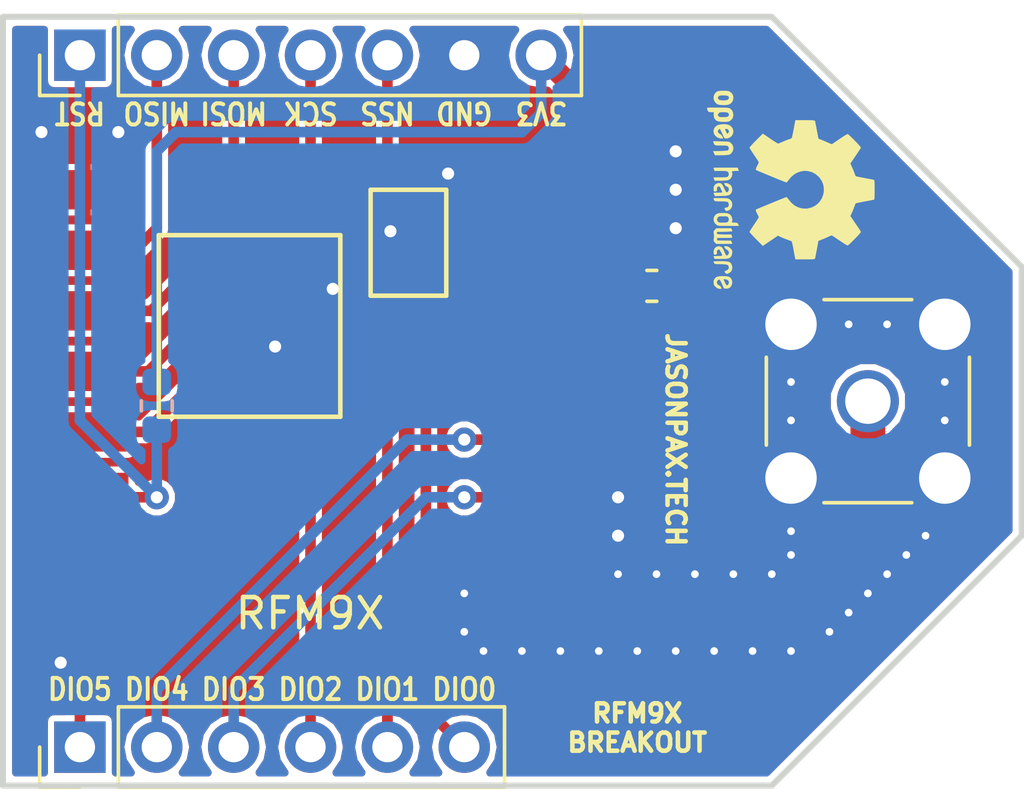
<source format=kicad_pcb>
(kicad_pcb (version 20171130) (host pcbnew 5.0.2-5.fc29)

  (general
    (thickness 1.6)
    (drawings 37)
    (tracks 117)
    (zones 0)
    (modules 7)
    (nets 15)
  )

  (page A4)
  (layers
    (0 F.Cu signal)
    (31 B.Cu signal)
    (32 B.Adhes user hide)
    (33 F.Adhes user hide)
    (34 B.Paste user hide)
    (35 F.Paste user hide)
    (36 B.SilkS user)
    (37 F.SilkS user)
    (38 B.Mask user)
    (39 F.Mask user)
    (40 Dwgs.User user hide)
    (41 Cmts.User user hide)
    (42 Eco1.User user hide)
    (43 Eco2.User user hide)
    (44 Edge.Cuts user)
    (45 Margin user)
    (46 B.CrtYd user hide)
    (47 F.CrtYd user hide)
    (48 B.Fab user hide)
    (49 F.Fab user hide)
  )

  (setup
    (last_trace_width 0.25)
    (trace_clearance 0.2)
    (zone_clearance 0.2)
    (zone_45_only no)
    (trace_min 0.2)
    (segment_width 0.2)
    (edge_width 0.15)
    (via_size 0.8)
    (via_drill 0.4)
    (via_min_size 0.4)
    (via_min_drill 0.3)
    (uvia_size 0.3)
    (uvia_drill 0.1)
    (uvias_allowed no)
    (uvia_min_size 0.2)
    (uvia_min_drill 0.1)
    (pcb_text_width 0.3)
    (pcb_text_size 1.5 1.5)
    (mod_edge_width 0.15)
    (mod_text_size 1 1)
    (mod_text_width 0.15)
    (pad_size 1.524 1.524)
    (pad_drill 0.762)
    (pad_to_mask_clearance 0.051)
    (solder_mask_min_width 0.25)
    (aux_axis_origin 0 0)
    (visible_elements FFFFFF7F)
    (pcbplotparams
      (layerselection 0x010b0_ffffffff)
      (usegerberextensions false)
      (usegerberattributes false)
      (usegerberadvancedattributes false)
      (creategerberjobfile false)
      (excludeedgelayer true)
      (linewidth 0.100000)
      (plotframeref false)
      (viasonmask false)
      (mode 1)
      (useauxorigin false)
      (hpglpennumber 1)
      (hpglpenspeed 20)
      (hpglpendiameter 15.000000)
      (psnegative false)
      (psa4output false)
      (plotreference true)
      (plotvalue true)
      (plotinvisibletext false)
      (padsonsilk false)
      (subtractmaskfromsilk false)
      (outputformat 1)
      (mirror false)
      (drillshape 0)
      (scaleselection 1)
      (outputdirectory "./"))
  )

  (net 0 "")
  (net 1 GND)
  (net 2 /D2)
  (net 3 /MISO)
  (net 4 /MOSI)
  (net 5 /SCK)
  (net 6 /NSS)
  (net 7 /RST)
  (net 8 /D5)
  (net 9 /D1)
  (net 10 /D0)
  (net 11 +3V3)
  (net 12 /D4)
  (net 13 /D3)
  (net 14 "Net-(J3-Pad1)")

  (net_class Default "This is the default net class."
    (clearance 0.2)
    (trace_width 0.25)
    (via_dia 0.8)
    (via_drill 0.4)
    (uvia_dia 0.3)
    (uvia_drill 0.1)
    (add_net +3V3)
    (add_net /D0)
    (add_net /D1)
    (add_net /D2)
    (add_net /D3)
    (add_net /D4)
    (add_net /D5)
    (add_net /MISO)
    (add_net /MOSI)
    (add_net /NSS)
    (add_net /RST)
    (add_net /SCK)
    (add_net GND)
    (add_net "Net-(J3-Pad1)")
  )

  (module Resistor_SMD:R_0603_1608Metric (layer B.Cu) (tedit 5EC6A283) (tstamp 5EC6F038)
    (at 138.43 106.1975 270)
    (descr "Resistor SMD 0603 (1608 Metric), square (rectangular) end terminal, IPC_7351 nominal, (Body size source: http://www.tortai-tech.com/upload/download/2011102023233369053.pdf), generated with kicad-footprint-generator")
    (tags resistor)
    (path /5EC5E09D)
    (attr smd)
    (fp_text reference R1 (at 0 1.43 270) (layer B.SilkS) hide
      (effects (font (size 1 1) (thickness 0.15)) (justify mirror))
    )
    (fp_text value 100k (at 0 -1.43 270) (layer B.Fab)
      (effects (font (size 1 1) (thickness 0.15)) (justify mirror))
    )
    (fp_line (start -0.8 -0.4) (end -0.8 0.4) (layer B.Fab) (width 0.1))
    (fp_line (start -0.8 0.4) (end 0.8 0.4) (layer B.Fab) (width 0.1))
    (fp_line (start 0.8 0.4) (end 0.8 -0.4) (layer B.Fab) (width 0.1))
    (fp_line (start 0.8 -0.4) (end -0.8 -0.4) (layer B.Fab) (width 0.1))
    (fp_line (start -0.162779 0.51) (end 0.162779 0.51) (layer B.SilkS) (width 0.12))
    (fp_line (start -0.162779 -0.51) (end 0.162779 -0.51) (layer B.SilkS) (width 0.12))
    (fp_line (start -1.48 -0.73) (end -1.48 0.73) (layer B.CrtYd) (width 0.05))
    (fp_line (start -1.48 0.73) (end 1.48 0.73) (layer B.CrtYd) (width 0.05))
    (fp_line (start 1.48 0.73) (end 1.48 -0.73) (layer B.CrtYd) (width 0.05))
    (fp_line (start 1.48 -0.73) (end -1.48 -0.73) (layer B.CrtYd) (width 0.05))
    (fp_text user %R (at 0 0 270) (layer B.Fab)
      (effects (font (size 0.4 0.4) (thickness 0.06)) (justify mirror))
    )
    (pad 1 smd roundrect (at -0.7875 0 270) (size 0.875 0.95) (layers B.Cu B.Paste B.Mask) (roundrect_rratio 0.25)
      (net 11 +3V3))
    (pad 2 smd roundrect (at 0.7875 0 270) (size 0.875 0.95) (layers B.Cu B.Paste B.Mask) (roundrect_rratio 0.25)
      (net 7 /RST))
    (model ${KISYS3DMOD}/Resistor_SMD.3dshapes/R_0603_1608Metric.wrl
      (at (xyz 0 0 0))
      (scale (xyz 1 1 1))
      (rotate (xyz 0 0 0))
    )
  )

  (module RFM9X:RFM9X-SMD-Fixed locked (layer F.Cu) (tedit 5EC6A100) (tstamp 5EC6D2EC)
    (at 143.495 106.06)
    (path /5EC4B54B)
    (fp_text reference U1 (at 0 -9.5) (layer F.SilkS) hide
      (effects (font (size 1 1) (thickness 0.15)))
    )
    (fp_text value RFM9X (at 0 7) (layer F.SilkS)
      (effects (font (size 1 1) (thickness 0.15)))
    )
    (fp_line (start 2 -3.5) (end 2 -7) (layer F.SilkS) (width 0.15))
    (fp_line (start 4.5 -3.5) (end 2 -3.5) (layer F.SilkS) (width 0.15))
    (fp_line (start 4.5 -7) (end 4.5 -3.5) (layer F.SilkS) (width 0.15))
    (fp_line (start 2 -7) (end 4.5 -7) (layer F.SilkS) (width 0.15))
    (fp_line (start -5 0.5) (end -5 -5.5) (layer F.SilkS) (width 0.15))
    (fp_line (start 1 0.5) (end -5 0.5) (layer F.SilkS) (width 0.15))
    (fp_line (start 1 -5.5) (end 1 0.5) (layer F.SilkS) (width 0.15))
    (fp_line (start -5 -5.5) (end 1 -5.5) (layer F.SilkS) (width 0.15))
    (fp_line (start -8 -8) (end -8 8) (layer F.Fab) (width 0.15))
    (fp_line (start -8 -8) (end 8 -8) (layer F.Fab) (width 0.15))
    (fp_line (start -8 8) (end 8 8) (layer F.Fab) (width 0.15))
    (fp_line (start 8 -8) (end 8 8) (layer F.Fab) (width 0.15))
    (pad 1 smd rect (at -7 -7) (size 3 1.3) (drill (offset -0.5 0)) (layers F.Cu F.Paste F.Mask)
      (net 1 GND))
    (pad 9 smd rect (at 7 -7) (size 3 1.3) (drill (offset 0.5 0)) (layers F.Cu F.Paste F.Mask)
      (net 2 /D2))
    (pad 2 smd rect (at -7 -5) (size 3 1.3) (drill (offset -0.5 0)) (layers F.Cu F.Paste F.Mask)
      (net 3 /MISO))
    (pad 3 smd rect (at -7 -3) (size 3 1.3) (drill (offset -0.5 0)) (layers F.Cu F.Paste F.Mask)
      (net 4 /MOSI))
    (pad 4 smd rect (at -7 -1) (size 3 1.3) (drill (offset -0.5 0)) (layers F.Cu F.Paste F.Mask)
      (net 5 /SCK))
    (pad 5 smd rect (at -7 1) (size 3 1.3) (drill (offset -0.5 0)) (layers F.Cu F.Paste F.Mask)
      (net 6 /NSS))
    (pad 6 smd rect (at -7 3) (size 3 1.3) (drill (offset -0.5 0)) (layers F.Cu F.Paste F.Mask)
      (net 7 /RST))
    (pad 7 smd rect (at -7 5) (size 3 1.3) (drill (offset -0.5 0)) (layers F.Cu F.Paste F.Mask)
      (net 8 /D5))
    (pad 8 smd rect (at -7 7) (size 3 1.3) (drill (offset -0.5 0)) (layers F.Cu F.Paste F.Mask)
      (net 1 GND))
    (pad 10 smd rect (at 7 -5) (size 3 1.3) (drill (offset 0.5 0)) (layers F.Cu F.Paste F.Mask)
      (net 9 /D1))
    (pad 11 smd rect (at 7 -3) (size 3 1.3) (drill (offset 0.5 0)) (layers F.Cu F.Paste F.Mask)
      (net 10 /D0))
    (pad 12 smd rect (at 7 -1) (size 3 1.3) (drill (offset 0.5 0)) (layers F.Cu F.Paste F.Mask)
      (net 11 +3V3))
    (pad 13 smd rect (at 7 1) (size 3 1.3) (drill (offset 0.5 0)) (layers F.Cu F.Paste F.Mask)
      (net 12 /D4))
    (pad 14 smd rect (at 7 3) (size 3 1.3) (drill (offset 0.5 0)) (layers F.Cu F.Paste F.Mask)
      (net 13 /D3))
    (pad 15 smd rect (at 7 5) (size 3 1.3) (drill (offset 0.5 0)) (layers F.Cu F.Paste F.Mask)
      (net 1 GND))
    (pad 16 smd rect (at 7 7) (size 3 1.3) (drill (offset 0.5 0)) (layers F.Cu F.Paste F.Mask)
      (net 14 "Net-(J3-Pad1)"))
  )

  (module Capacitor_SMD:C_0603_1608Metric (layer F.Cu) (tedit 5EC56EE7) (tstamp 5EC572E0)
    (at 154.7875 102.235)
    (descr "Capacitor SMD 0603 (1608 Metric), square (rectangular) end terminal, IPC_7351 nominal, (Body size source: http://www.tortai-tech.com/upload/download/2011102023233369053.pdf), generated with kicad-footprint-generator")
    (tags capacitor)
    (path /5EC4BC3D)
    (attr smd)
    (fp_text reference C1 (at 0 -1.43) (layer F.SilkS) hide
      (effects (font (size 1 1) (thickness 0.15)))
    )
    (fp_text value 10uF (at 0 1.43) (layer F.Fab) hide
      (effects (font (size 1 1) (thickness 0.15)))
    )
    (fp_line (start -0.8 0.4) (end -0.8 -0.4) (layer F.Fab) (width 0.1))
    (fp_line (start -0.8 -0.4) (end 0.8 -0.4) (layer F.Fab) (width 0.1))
    (fp_line (start 0.8 -0.4) (end 0.8 0.4) (layer F.Fab) (width 0.1))
    (fp_line (start 0.8 0.4) (end -0.8 0.4) (layer F.Fab) (width 0.1))
    (fp_line (start -0.162779 -0.51) (end 0.162779 -0.51) (layer F.SilkS) (width 0.12))
    (fp_line (start -0.162779 0.51) (end 0.162779 0.51) (layer F.SilkS) (width 0.12))
    (fp_line (start -1.48 0.73) (end -1.48 -0.73) (layer F.CrtYd) (width 0.05))
    (fp_line (start -1.48 -0.73) (end 1.48 -0.73) (layer F.CrtYd) (width 0.05))
    (fp_line (start 1.48 -0.73) (end 1.48 0.73) (layer F.CrtYd) (width 0.05))
    (fp_line (start 1.48 0.73) (end -1.48 0.73) (layer F.CrtYd) (width 0.05))
    (fp_text user %R (at 0 0) (layer F.Fab)
      (effects (font (size 0.4 0.4) (thickness 0.06)))
    )
    (pad 1 smd roundrect (at -0.7875 0) (size 0.875 0.95) (layers F.Cu F.Paste F.Mask) (roundrect_rratio 0.25)
      (net 11 +3V3))
    (pad 2 smd roundrect (at 0.7875 0) (size 0.875 0.95) (layers F.Cu F.Paste F.Mask) (roundrect_rratio 0.25)
      (net 1 GND))
    (model ${KISYS3DMOD}/Capacitor_SMD.3dshapes/C_0603_1608Metric.wrl
      (at (xyz 0 0 0))
      (scale (xyz 1 1 1))
      (rotate (xyz 0 0 0))
    )
  )

  (module Connector_Coaxial:SMA_Amphenol_132134-11_Vertical locked (layer F.Cu) (tedit 5EC56F1C) (tstamp 5EC572CF)
    (at 161.925 106.045)
    (descr https://www.amphenolrf.com/downloads/dl/file/id/3406/product/2975/132134_11_customer_drawing.pdf)
    (tags "SMA THT Female Jack Vertical ExtendedLegs")
    (path /5EC4BA1A)
    (zone_connect 2)
    (fp_text reference J3 (at 0 -4.75) (layer F.SilkS) hide
      (effects (font (size 1 1) (thickness 0.15)))
    )
    (fp_text value Conn_Coaxial (at 0 5) (layer F.Fab) hide
      (effects (font (size 1 1) (thickness 0.15)))
    )
    (fp_circle (center 0 0) (end 3.175 0) (layer F.Fab) (width 0.1))
    (fp_line (start 4.17 4.17) (end -4.17 4.17) (layer F.CrtYd) (width 0.05))
    (fp_line (start 4.17 4.17) (end 4.17 -4.17) (layer F.CrtYd) (width 0.05))
    (fp_line (start -4.17 -4.17) (end -4.17 4.17) (layer F.CrtYd) (width 0.05))
    (fp_line (start -4.17 -4.17) (end 4.17 -4.17) (layer F.CrtYd) (width 0.05))
    (fp_line (start -3.175 -3.175) (end 3.175 -3.175) (layer F.Fab) (width 0.1))
    (fp_line (start -3.175 -3.175) (end -3.175 3.175) (layer F.Fab) (width 0.1))
    (fp_line (start -3.175 3.175) (end 3.175 3.175) (layer F.Fab) (width 0.1))
    (fp_line (start 3.175 -3.175) (end 3.175 3.175) (layer F.Fab) (width 0.1))
    (fp_line (start -3.355 -1.45) (end -3.355 1.45) (layer F.SilkS) (width 0.12))
    (fp_line (start 3.355 -1.45) (end 3.355 1.45) (layer F.SilkS) (width 0.12))
    (fp_line (start -1.45 3.355) (end 1.45 3.355) (layer F.SilkS) (width 0.12))
    (fp_line (start -1.45 -3.355) (end 1.45 -3.355) (layer F.SilkS) (width 0.12))
    (fp_text user %R (at 0 0) (layer F.Fab)
      (effects (font (size 1 1) (thickness 0.15)))
    )
    (pad 1 thru_hole circle (at 0 0) (size 2.05 2.05) (drill 1.5) (layers *.Cu *.Mask)
      (net 14 "Net-(J3-Pad1)") (zone_connect 2))
    (pad 2 thru_hole circle (at 2.54 2.54) (size 2.25 2.25) (drill 1.7) (layers *.Cu *.Mask)
      (net 1 GND) (zone_connect 2))
    (pad 2 thru_hole circle (at 2.54 -2.54) (size 2.25 2.25) (drill 1.7) (layers *.Cu *.Mask)
      (net 1 GND) (zone_connect 2))
    (pad 2 thru_hole circle (at -2.54 -2.54) (size 2.25 2.25) (drill 1.7) (layers *.Cu *.Mask)
      (net 1 GND) (zone_connect 2))
    (pad 2 thru_hole circle (at -2.54 2.54) (size 2.25 2.25) (drill 1.7) (layers *.Cu *.Mask)
      (net 1 GND) (zone_connect 2))
    (model ${KISYS3DMOD}/Connector_Coaxial.3dshapes/SMA_Amphenol_132134-11_Vertical.wrl
      (at (xyz 0 0 0))
      (scale (xyz 1 1 1))
      (rotate (xyz 0 0 0))
    )
  )

  (module Connector_PinHeader_2.54mm:PinHeader_1x06_P2.54mm_Vertical locked (layer F.Cu) (tedit 5EC56F13) (tstamp 5EC572B8)
    (at 135.89 117.475 90)
    (descr "Through hole straight pin header, 1x06, 2.54mm pitch, single row")
    (tags "Through hole pin header THT 1x06 2.54mm single row")
    (path /5EC4B964)
    (fp_text reference J2 (at 0 -2.33 90) (layer F.SilkS) hide
      (effects (font (size 1 1) (thickness 0.15)))
    )
    (fp_text value Conn_01x06 (at 0 15.03 90) (layer F.Fab) hide
      (effects (font (size 1 1) (thickness 0.15)))
    )
    (fp_line (start -0.635 -1.27) (end 1.27 -1.27) (layer F.Fab) (width 0.1))
    (fp_line (start 1.27 -1.27) (end 1.27 13.97) (layer F.Fab) (width 0.1))
    (fp_line (start 1.27 13.97) (end -1.27 13.97) (layer F.Fab) (width 0.1))
    (fp_line (start -1.27 13.97) (end -1.27 -0.635) (layer F.Fab) (width 0.1))
    (fp_line (start -1.27 -0.635) (end -0.635 -1.27) (layer F.Fab) (width 0.1))
    (fp_line (start -1.33 14.03) (end 1.33 14.03) (layer F.SilkS) (width 0.12))
    (fp_line (start -1.33 1.27) (end -1.33 14.03) (layer F.SilkS) (width 0.12))
    (fp_line (start 1.33 1.27) (end 1.33 14.03) (layer F.SilkS) (width 0.12))
    (fp_line (start -1.33 1.27) (end 1.33 1.27) (layer F.SilkS) (width 0.12))
    (fp_line (start -1.33 0) (end -1.33 -1.33) (layer F.SilkS) (width 0.12))
    (fp_line (start -1.33 -1.33) (end 0 -1.33) (layer F.SilkS) (width 0.12))
    (fp_line (start -1.8 -1.8) (end -1.8 14.5) (layer F.CrtYd) (width 0.05))
    (fp_line (start -1.8 14.5) (end 1.8 14.5) (layer F.CrtYd) (width 0.05))
    (fp_line (start 1.8 14.5) (end 1.8 -1.8) (layer F.CrtYd) (width 0.05))
    (fp_line (start 1.8 -1.8) (end -1.8 -1.8) (layer F.CrtYd) (width 0.05))
    (fp_text user %R (at 0 6.35 180) (layer F.Fab) hide
      (effects (font (size 1 1) (thickness 0.15)))
    )
    (pad 1 thru_hole rect (at 0 0 90) (size 1.7 1.7) (drill 1) (layers *.Cu *.Mask)
      (net 8 /D5))
    (pad 2 thru_hole oval (at 0 2.54 90) (size 1.7 1.7) (drill 1) (layers *.Cu *.Mask)
      (net 12 /D4))
    (pad 3 thru_hole oval (at 0 5.08 90) (size 1.7 1.7) (drill 1) (layers *.Cu *.Mask)
      (net 13 /D3))
    (pad 4 thru_hole oval (at 0 7.62 90) (size 1.7 1.7) (drill 1) (layers *.Cu *.Mask)
      (net 2 /D2))
    (pad 5 thru_hole oval (at 0 10.16 90) (size 1.7 1.7) (drill 1) (layers *.Cu *.Mask)
      (net 9 /D1))
    (pad 6 thru_hole oval (at 0 12.7 90) (size 1.7 1.7) (drill 1) (layers *.Cu *.Mask)
      (net 10 /D0))
    (model ${KISYS3DMOD}/Connector_PinHeader_2.54mm.3dshapes/PinHeader_1x06_P2.54mm_Vertical.wrl
      (at (xyz 0 0 0))
      (scale (xyz 1 1 1))
      (rotate (xyz 0 0 0))
    )
  )

  (module Connector_PinHeader_2.54mm:PinHeader_1x07_P2.54mm_Vertical locked (layer F.Cu) (tedit 5EC56EC8) (tstamp 5EC5729E)
    (at 135.89 94.615 90)
    (descr "Through hole straight pin header, 1x07, 2.54mm pitch, single row")
    (tags "Through hole pin header THT 1x07 2.54mm single row")
    (path /5EC4B84A)
    (zone_connect 2)
    (fp_text reference J1 (at 0 -2.33 90) (layer F.SilkS) hide
      (effects (font (size 1 1) (thickness 0.15)))
    )
    (fp_text value Conn_01x07 (at 0 17.57 90) (layer F.Fab) hide
      (effects (font (size 1 1) (thickness 0.15)))
    )
    (fp_line (start -0.635 -1.27) (end 1.27 -1.27) (layer F.Fab) (width 0.1))
    (fp_line (start 1.27 -1.27) (end 1.27 16.51) (layer F.Fab) (width 0.1))
    (fp_line (start 1.27 16.51) (end -1.27 16.51) (layer F.Fab) (width 0.1))
    (fp_line (start -1.27 16.51) (end -1.27 -0.635) (layer F.Fab) (width 0.1))
    (fp_line (start -1.27 -0.635) (end -0.635 -1.27) (layer F.Fab) (width 0.1))
    (fp_line (start -1.33 16.57) (end 1.33 16.57) (layer F.SilkS) (width 0.12))
    (fp_line (start -1.33 1.27) (end -1.33 16.57) (layer F.SilkS) (width 0.12))
    (fp_line (start 1.33 1.27) (end 1.33 16.57) (layer F.SilkS) (width 0.12))
    (fp_line (start -1.33 1.27) (end 1.33 1.27) (layer F.SilkS) (width 0.12))
    (fp_line (start -1.33 0) (end -1.33 -1.33) (layer F.SilkS) (width 0.12))
    (fp_line (start -1.33 -1.33) (end 0 -1.33) (layer F.SilkS) (width 0.12))
    (fp_line (start -1.8 -1.8) (end -1.8 17.05) (layer F.CrtYd) (width 0.05))
    (fp_line (start -1.8 17.05) (end 1.8 17.05) (layer F.CrtYd) (width 0.05))
    (fp_line (start 1.8 17.05) (end 1.8 -1.8) (layer F.CrtYd) (width 0.05))
    (fp_line (start 1.8 -1.8) (end -1.8 -1.8) (layer F.CrtYd) (width 0.05))
    (fp_text user %R (at 3.175 7.62 180) (layer F.Fab) hide
      (effects (font (size 1 1) (thickness 0.15)))
    )
    (pad 1 thru_hole rect (at 0 0 90) (size 1.7 1.7) (drill 1) (layers *.Cu *.Mask)
      (net 7 /RST) (zone_connect 2))
    (pad 2 thru_hole oval (at 0 2.54 90) (size 1.7 1.7) (drill 1) (layers *.Cu *.Mask)
      (net 3 /MISO) (zone_connect 2))
    (pad 3 thru_hole oval (at 0 5.08 90) (size 1.7 1.7) (drill 1) (layers *.Cu *.Mask)
      (net 4 /MOSI) (zone_connect 2))
    (pad 4 thru_hole oval (at 0 7.62 90) (size 1.7 1.7) (drill 1) (layers *.Cu *.Mask)
      (net 5 /SCK) (zone_connect 2))
    (pad 5 thru_hole oval (at 0 10.16 90) (size 1.7 1.7) (drill 1) (layers *.Cu *.Mask)
      (net 6 /NSS) (zone_connect 2))
    (pad 6 thru_hole oval (at 0 12.7 90) (size 1.7 1.7) (drill 1) (layers *.Cu *.Mask)
      (net 1 GND) (zone_connect 2))
    (pad 7 thru_hole oval (at 0 15.24 90) (size 1.7 1.7) (drill 1) (layers *.Cu *.Mask)
      (net 11 +3V3) (zone_connect 2))
    (model ${KISYS3DMOD}/Connector_PinHeader_2.54mm.3dshapes/PinHeader_1x07_P2.54mm_Vertical.wrl
      (at (xyz 0 0 0))
      (scale (xyz 1 1 1))
      (rotate (xyz 0 0 0))
    )
  )

  (module Symbol:OSHW-Logo2_7.3x6mm_SilkScreen (layer F.Cu) (tedit 0) (tstamp 5ED2D4DF)
    (at 159.385 99.06 270)
    (descr "Open Source Hardware Symbol")
    (tags "Logo Symbol OSHW")
    (attr virtual)
    (fp_text reference REF** (at 0 0 270) (layer F.SilkS) hide
      (effects (font (size 1 1) (thickness 0.15)))
    )
    (fp_text value OSHW-Logo2_7.3x6mm_SilkScreen (at 0.75 0 270) (layer F.Fab) hide
      (effects (font (size 1 1) (thickness 0.15)))
    )
    (fp_poly (pts (xy 0.10391 -2.757652) (xy 0.182454 -2.757222) (xy 0.239298 -2.756058) (xy 0.278105 -2.753793)
      (xy 0.302538 -2.75006) (xy 0.316262 -2.744494) (xy 0.32294 -2.736727) (xy 0.326236 -2.726395)
      (xy 0.326556 -2.725057) (xy 0.331562 -2.700921) (xy 0.340829 -2.653299) (xy 0.353392 -2.587259)
      (xy 0.368287 -2.507872) (xy 0.384551 -2.420204) (xy 0.385119 -2.417125) (xy 0.40141 -2.331211)
      (xy 0.416652 -2.255304) (xy 0.429861 -2.193955) (xy 0.440054 -2.151718) (xy 0.446248 -2.133145)
      (xy 0.446543 -2.132816) (xy 0.464788 -2.123747) (xy 0.502405 -2.108633) (xy 0.551271 -2.090738)
      (xy 0.551543 -2.090642) (xy 0.613093 -2.067507) (xy 0.685657 -2.038035) (xy 0.754057 -2.008403)
      (xy 0.757294 -2.006938) (xy 0.868702 -1.956374) (xy 1.115399 -2.12484) (xy 1.191077 -2.176197)
      (xy 1.259631 -2.222111) (xy 1.317088 -2.25997) (xy 1.359476 -2.287163) (xy 1.382825 -2.301079)
      (xy 1.385042 -2.302111) (xy 1.40201 -2.297516) (xy 1.433701 -2.275345) (xy 1.481352 -2.234553)
      (xy 1.546198 -2.174095) (xy 1.612397 -2.109773) (xy 1.676214 -2.046388) (xy 1.733329 -1.988549)
      (xy 1.780305 -1.939825) (xy 1.813703 -1.90379) (xy 1.830085 -1.884016) (xy 1.830694 -1.882998)
      (xy 1.832505 -1.869428) (xy 1.825683 -1.847267) (xy 1.80854 -1.813522) (xy 1.779393 -1.7652)
      (xy 1.736555 -1.699308) (xy 1.679448 -1.614483) (xy 1.628766 -1.539823) (xy 1.583461 -1.47286)
      (xy 1.54615 -1.417484) (xy 1.519452 -1.37758) (xy 1.505985 -1.357038) (xy 1.505137 -1.355644)
      (xy 1.506781 -1.335962) (xy 1.519245 -1.297707) (xy 1.540048 -1.248111) (xy 1.547462 -1.232272)
      (xy 1.579814 -1.16171) (xy 1.614328 -1.081647) (xy 1.642365 -1.012371) (xy 1.662568 -0.960955)
      (xy 1.678615 -0.921881) (xy 1.687888 -0.901459) (xy 1.689041 -0.899886) (xy 1.706096 -0.897279)
      (xy 1.746298 -0.890137) (xy 1.804302 -0.879477) (xy 1.874763 -0.866315) (xy 1.952335 -0.851667)
      (xy 2.031672 -0.836551) (xy 2.107431 -0.821982) (xy 2.174264 -0.808978) (xy 2.226828 -0.798555)
      (xy 2.259776 -0.79173) (xy 2.267857 -0.789801) (xy 2.276205 -0.785038) (xy 2.282506 -0.774282)
      (xy 2.287045 -0.753902) (xy 2.290104 -0.720266) (xy 2.291967 -0.669745) (xy 2.292918 -0.598708)
      (xy 2.29324 -0.503524) (xy 2.293257 -0.464508) (xy 2.293257 -0.147201) (xy 2.217057 -0.132161)
      (xy 2.174663 -0.124005) (xy 2.1114 -0.112101) (xy 2.034962 -0.097884) (xy 1.953043 -0.08279)
      (xy 1.9304 -0.078645) (xy 1.854806 -0.063947) (xy 1.788953 -0.049495) (xy 1.738366 -0.036625)
      (xy 1.708574 -0.026678) (xy 1.703612 -0.023713) (xy 1.691426 -0.002717) (xy 1.673953 0.037967)
      (xy 1.654577 0.090322) (xy 1.650734 0.1016) (xy 1.625339 0.171523) (xy 1.593817 0.250418)
      (xy 1.562969 0.321266) (xy 1.562817 0.321595) (xy 1.511447 0.432733) (xy 1.680399 0.681253)
      (xy 1.849352 0.929772) (xy 1.632429 1.147058) (xy 1.566819 1.211726) (xy 1.506979 1.268733)
      (xy 1.456267 1.315033) (xy 1.418046 1.347584) (xy 1.395675 1.363343) (xy 1.392466 1.364343)
      (xy 1.373626 1.356469) (xy 1.33518 1.334578) (xy 1.28133 1.301267) (xy 1.216276 1.259131)
      (xy 1.14594 1.211943) (xy 1.074555 1.16381) (xy 1.010908 1.121928) (xy 0.959041 1.088871)
      (xy 0.922995 1.067218) (xy 0.906867 1.059543) (xy 0.887189 1.066037) (xy 0.849875 1.08315)
      (xy 0.802621 1.107326) (xy 0.797612 1.110013) (xy 0.733977 1.141927) (xy 0.690341 1.157579)
      (xy 0.663202 1.157745) (xy 0.649057 1.143204) (xy 0.648975 1.143) (xy 0.641905 1.125779)
      (xy 0.625042 1.084899) (xy 0.599695 1.023525) (xy 0.567171 0.944819) (xy 0.528778 0.851947)
      (xy 0.485822 0.748072) (xy 0.444222 0.647502) (xy 0.398504 0.536516) (xy 0.356526 0.433703)
      (xy 0.319548 0.342215) (xy 0.288827 0.265201) (xy 0.265622 0.205815) (xy 0.25119 0.167209)
      (xy 0.246743 0.1528) (xy 0.257896 0.136272) (xy 0.287069 0.10993) (xy 0.325971 0.080887)
      (xy 0.436757 -0.010961) (xy 0.523351 -0.116241) (xy 0.584716 -0.232734) (xy 0.619815 -0.358224)
      (xy 0.627608 -0.490493) (xy 0.621943 -0.551543) (xy 0.591078 -0.678205) (xy 0.53792 -0.790059)
      (xy 0.465767 -0.885999) (xy 0.377917 -0.964924) (xy 0.277665 -1.02573) (xy 0.16831 -1.067313)
      (xy 0.053147 -1.088572) (xy -0.064525 -1.088401) (xy -0.18141 -1.065699) (xy -0.294211 -1.019362)
      (xy -0.399631 -0.948287) (xy -0.443632 -0.908089) (xy -0.528021 -0.804871) (xy -0.586778 -0.692075)
      (xy -0.620296 -0.57299) (xy -0.628965 -0.450905) (xy -0.613177 -0.329107) (xy -0.573322 -0.210884)
      (xy -0.509793 -0.099525) (xy -0.422979 0.001684) (xy -0.325971 0.080887) (xy -0.285563 0.111162)
      (xy -0.257018 0.137219) (xy -0.246743 0.152825) (xy -0.252123 0.169843) (xy -0.267425 0.2105)
      (xy -0.291388 0.271642) (xy -0.322756 0.350119) (xy -0.360268 0.44278) (xy -0.402667 0.546472)
      (xy -0.444337 0.647526) (xy -0.49031 0.758607) (xy -0.532893 0.861541) (xy -0.570779 0.953165)
      (xy -0.60266 1.030316) (xy -0.627229 1.089831) (xy -0.64318 1.128544) (xy -0.64909 1.143)
      (xy -0.663052 1.157685) (xy -0.69006 1.157642) (xy -0.733587 1.142099) (xy -0.79711 1.110284)
      (xy -0.797612 1.110013) (xy -0.84544 1.085323) (xy -0.884103 1.067338) (xy -0.905905 1.059614)
      (xy -0.906867 1.059543) (xy -0.923279 1.067378) (xy -0.959513 1.089165) (xy -1.011526 1.122328)
      (xy -1.075275 1.164291) (xy -1.14594 1.211943) (xy -1.217884 1.260191) (xy -1.282726 1.302151)
      (xy -1.336265 1.335227) (xy -1.374303 1.356821) (xy -1.392467 1.364343) (xy -1.409192 1.354457)
      (xy -1.44282 1.326826) (xy -1.48999 1.284495) (xy -1.547342 1.230505) (xy -1.611516 1.167899)
      (xy -1.632503 1.146983) (xy -1.849501 0.929623) (xy -1.684332 0.68722) (xy -1.634136 0.612781)
      (xy -1.590081 0.545972) (xy -1.554638 0.490665) (xy -1.530281 0.450729) (xy -1.519478 0.430036)
      (xy -1.519162 0.428563) (xy -1.524857 0.409058) (xy -1.540174 0.369822) (xy -1.562463 0.31743)
      (xy -1.578107 0.282355) (xy -1.607359 0.215201) (xy -1.634906 0.147358) (xy -1.656263 0.090034)
      (xy -1.662065 0.072572) (xy -1.678548 0.025938) (xy -1.69466 -0.010095) (xy -1.70351 -0.023713)
      (xy -1.72304 -0.032048) (xy -1.765666 -0.043863) (xy -1.825855 -0.057819) (xy -1.898078 -0.072578)
      (xy -1.9304 -0.078645) (xy -2.012478 -0.093727) (xy -2.091205 -0.108331) (xy -2.158891 -0.12102)
      (xy -2.20784 -0.130358) (xy -2.217057 -0.132161) (xy -2.293257 -0.147201) (xy -2.293257 -0.464508)
      (xy -2.293086 -0.568846) (xy -2.292384 -0.647787) (xy -2.290866 -0.704962) (xy -2.288251 -0.744001)
      (xy -2.284254 -0.768535) (xy -2.278591 -0.782195) (xy -2.27098 -0.788611) (xy -2.267857 -0.789801)
      (xy -2.249022 -0.79402) (xy -2.207412 -0.802438) (xy -2.14837 -0.814039) (xy -2.077243 -0.827805)
      (xy -1.999375 -0.84272) (xy -1.920113 -0.857768) (xy -1.844802 -0.871931) (xy -1.778787 -0.884194)
      (xy -1.727413 -0.893539) (xy -1.696025 -0.89895) (xy -1.689041 -0.899886) (xy -1.682715 -0.912404)
      (xy -1.66871 -0.945754) (xy -1.649645 -0.993623) (xy -1.642366 -1.012371) (xy -1.613004 -1.084805)
      (xy -1.578429 -1.16483) (xy -1.547463 -1.232272) (xy -1.524677 -1.283841) (xy -1.509518 -1.326215)
      (xy -1.504458 -1.352166) (xy -1.505264 -1.355644) (xy -1.515959 -1.372064) (xy -1.54038 -1.408583)
      (xy -1.575905 -1.461313) (xy -1.619913 -1.526365) (xy -1.669783 -1.599849) (xy -1.679644 -1.614355)
      (xy -1.737508 -1.700296) (xy -1.780044 -1.765739) (xy -1.808946 -1.813696) (xy -1.82591 -1.84718)
      (xy -1.832633 -1.869205) (xy -1.83081 -1.882783) (xy -1.830764 -1.882869) (xy -1.816414 -1.900703)
      (xy -1.784677 -1.935183) (xy -1.73899 -1.982732) (xy -1.682796 -2.039778) (xy -1.619532 -2.102745)
      (xy -1.612398 -2.109773) (xy -1.53267 -2.18698) (xy -1.471143 -2.24367) (xy -1.426579 -2.28089)
      (xy -1.397743 -2.299685) (xy -1.385042 -2.302111) (xy -1.366506 -2.291529) (xy -1.328039 -2.267084)
      (xy -1.273614 -2.231388) (xy -1.207202 -2.187053) (xy -1.132775 -2.136689) (xy -1.115399 -2.12484)
      (xy -0.868703 -1.956374) (xy -0.757294 -2.006938) (xy -0.689543 -2.036405) (xy -0.616817 -2.066041)
      (xy -0.554297 -2.08967) (xy -0.551543 -2.090642) (xy -0.50264 -2.108543) (xy -0.464943 -2.12368)
      (xy -0.446575 -2.13279) (xy -0.446544 -2.132816) (xy -0.440715 -2.149283) (xy -0.430808 -2.189781)
      (xy -0.417805 -2.249758) (xy -0.402691 -2.32466) (xy -0.386448 -2.409936) (xy -0.385119 -2.417125)
      (xy -0.368825 -2.504986) (xy -0.353867 -2.58474) (xy -0.341209 -2.651319) (xy -0.331814 -2.699653)
      (xy -0.326646 -2.724675) (xy -0.326556 -2.725057) (xy -0.323411 -2.735701) (xy -0.317296 -2.743738)
      (xy -0.304547 -2.749533) (xy -0.2815 -2.753453) (xy -0.244491 -2.755865) (xy -0.189856 -2.757135)
      (xy -0.113933 -2.757629) (xy -0.013056 -2.757714) (xy 0 -2.757714) (xy 0.10391 -2.757652)) (layer F.SilkS) (width 0.01))
    (fp_poly (pts (xy 3.153595 1.966966) (xy 3.211021 2.004497) (xy 3.238719 2.038096) (xy 3.260662 2.099064)
      (xy 3.262405 2.147308) (xy 3.258457 2.211816) (xy 3.109686 2.276934) (xy 3.037349 2.310202)
      (xy 2.990084 2.336964) (xy 2.965507 2.360144) (xy 2.961237 2.382667) (xy 2.974889 2.407455)
      (xy 2.989943 2.423886) (xy 3.033746 2.450235) (xy 3.081389 2.452081) (xy 3.125145 2.431546)
      (xy 3.157289 2.390752) (xy 3.163038 2.376347) (xy 3.190576 2.331356) (xy 3.222258 2.312182)
      (xy 3.265714 2.295779) (xy 3.265714 2.357966) (xy 3.261872 2.400283) (xy 3.246823 2.435969)
      (xy 3.21528 2.476943) (xy 3.210592 2.482267) (xy 3.175506 2.51872) (xy 3.145347 2.538283)
      (xy 3.107615 2.547283) (xy 3.076335 2.55023) (xy 3.020385 2.550965) (xy 2.980555 2.54166)
      (xy 2.955708 2.527846) (xy 2.916656 2.497467) (xy 2.889625 2.464613) (xy 2.872517 2.423294)
      (xy 2.863238 2.367521) (xy 2.859693 2.291305) (xy 2.85941 2.252622) (xy 2.860372 2.206247)
      (xy 2.948007 2.206247) (xy 2.949023 2.231126) (xy 2.951556 2.2352) (xy 2.968274 2.229665)
      (xy 3.004249 2.215017) (xy 3.052331 2.19419) (xy 3.062386 2.189714) (xy 3.123152 2.158814)
      (xy 3.156632 2.131657) (xy 3.16399 2.10622) (xy 3.146391 2.080481) (xy 3.131856 2.069109)
      (xy 3.07941 2.046364) (xy 3.030322 2.050122) (xy 2.989227 2.077884) (xy 2.960758 2.127152)
      (xy 2.951631 2.166257) (xy 2.948007 2.206247) (xy 2.860372 2.206247) (xy 2.861285 2.162249)
      (xy 2.868196 2.095384) (xy 2.881884 2.046695) (xy 2.904096 2.010849) (xy 2.936574 1.982513)
      (xy 2.950733 1.973355) (xy 3.015053 1.949507) (xy 3.085473 1.948006) (xy 3.153595 1.966966)) (layer F.SilkS) (width 0.01))
    (fp_poly (pts (xy 2.6526 1.958752) (xy 2.669948 1.966334) (xy 2.711356 1.999128) (xy 2.746765 2.046547)
      (xy 2.768664 2.097151) (xy 2.772229 2.122098) (xy 2.760279 2.156927) (xy 2.734067 2.175357)
      (xy 2.705964 2.186516) (xy 2.693095 2.188572) (xy 2.686829 2.173649) (xy 2.674456 2.141175)
      (xy 2.669028 2.126502) (xy 2.63859 2.075744) (xy 2.59452 2.050427) (xy 2.53801 2.051206)
      (xy 2.533825 2.052203) (xy 2.503655 2.066507) (xy 2.481476 2.094393) (xy 2.466327 2.139287)
      (xy 2.45725 2.204615) (xy 2.453286 2.293804) (xy 2.452914 2.341261) (xy 2.45273 2.416071)
      (xy 2.451522 2.467069) (xy 2.448309 2.499471) (xy 2.442109 2.518495) (xy 2.43194 2.529356)
      (xy 2.416819 2.537272) (xy 2.415946 2.53767) (xy 2.386828 2.549981) (xy 2.372403 2.554514)
      (xy 2.370186 2.540809) (xy 2.368289 2.502925) (xy 2.366847 2.445715) (xy 2.365998 2.374027)
      (xy 2.365829 2.321565) (xy 2.366692 2.220047) (xy 2.37007 2.143032) (xy 2.377142 2.086023)
      (xy 2.389088 2.044526) (xy 2.40709 2.014043) (xy 2.432327 1.99008) (xy 2.457247 1.973355)
      (xy 2.517171 1.951097) (xy 2.586911 1.946076) (xy 2.6526 1.958752)) (layer F.SilkS) (width 0.01))
    (fp_poly (pts (xy 2.144876 1.956335) (xy 2.186667 1.975344) (xy 2.219469 1.998378) (xy 2.243503 2.024133)
      (xy 2.260097 2.057358) (xy 2.270577 2.1028) (xy 2.276271 2.165207) (xy 2.278507 2.249327)
      (xy 2.278743 2.304721) (xy 2.278743 2.520826) (xy 2.241774 2.53767) (xy 2.212656 2.549981)
      (xy 2.198231 2.554514) (xy 2.195472 2.541025) (xy 2.193282 2.504653) (xy 2.191942 2.451542)
      (xy 2.191657 2.409372) (xy 2.190434 2.348447) (xy 2.187136 2.300115) (xy 2.182321 2.270518)
      (xy 2.178496 2.264229) (xy 2.152783 2.270652) (xy 2.112418 2.287125) (xy 2.065679 2.309458)
      (xy 2.020845 2.333457) (xy 1.986193 2.35493) (xy 1.970002 2.369685) (xy 1.969938 2.369845)
      (xy 1.97133 2.397152) (xy 1.983818 2.423219) (xy 2.005743 2.444392) (xy 2.037743 2.451474)
      (xy 2.065092 2.450649) (xy 2.103826 2.450042) (xy 2.124158 2.459116) (xy 2.136369 2.483092)
      (xy 2.137909 2.487613) (xy 2.143203 2.521806) (xy 2.129047 2.542568) (xy 2.092148 2.552462)
      (xy 2.052289 2.554292) (xy 1.980562 2.540727) (xy 1.943432 2.521355) (xy 1.897576 2.475845)
      (xy 1.873256 2.419983) (xy 1.871073 2.360957) (xy 1.891629 2.305953) (xy 1.922549 2.271486)
      (xy 1.95342 2.252189) (xy 2.001942 2.227759) (xy 2.058485 2.202985) (xy 2.06791 2.199199)
      (xy 2.130019 2.171791) (xy 2.165822 2.147634) (xy 2.177337 2.123619) (xy 2.16658 2.096635)
      (xy 2.148114 2.075543) (xy 2.104469 2.049572) (xy 2.056446 2.047624) (xy 2.012406 2.067637)
      (xy 1.980709 2.107551) (xy 1.976549 2.117848) (xy 1.952327 2.155724) (xy 1.916965 2.183842)
      (xy 1.872343 2.206917) (xy 1.872343 2.141485) (xy 1.874969 2.101506) (xy 1.88623 2.069997)
      (xy 1.911199 2.036378) (xy 1.935169 2.010484) (xy 1.972441 1.973817) (xy 2.001401 1.954121)
      (xy 2.032505 1.94622) (xy 2.067713 1.944914) (xy 2.144876 1.956335)) (layer F.SilkS) (width 0.01))
    (fp_poly (pts (xy 1.779833 1.958663) (xy 1.782048 1.99685) (xy 1.783784 2.054886) (xy 1.784899 2.12818)
      (xy 1.785257 2.205055) (xy 1.785257 2.465196) (xy 1.739326 2.511127) (xy 1.707675 2.539429)
      (xy 1.67989 2.550893) (xy 1.641915 2.550168) (xy 1.62684 2.548321) (xy 1.579726 2.542948)
      (xy 1.540756 2.539869) (xy 1.531257 2.539585) (xy 1.499233 2.541445) (xy 1.453432 2.546114)
      (xy 1.435674 2.548321) (xy 1.392057 2.551735) (xy 1.362745 2.54432) (xy 1.33368 2.521427)
      (xy 1.323188 2.511127) (xy 1.277257 2.465196) (xy 1.277257 1.978602) (xy 1.314226 1.961758)
      (xy 1.346059 1.949282) (xy 1.364683 1.944914) (xy 1.369458 1.958718) (xy 1.373921 1.997286)
      (xy 1.377775 2.056356) (xy 1.380722 2.131663) (xy 1.382143 2.195286) (xy 1.386114 2.445657)
      (xy 1.420759 2.450556) (xy 1.452268 2.447131) (xy 1.467708 2.436041) (xy 1.472023 2.415308)
      (xy 1.475708 2.371145) (xy 1.478469 2.309146) (xy 1.480012 2.234909) (xy 1.480235 2.196706)
      (xy 1.480457 1.976783) (xy 1.526166 1.960849) (xy 1.558518 1.950015) (xy 1.576115 1.944962)
      (xy 1.576623 1.944914) (xy 1.578388 1.958648) (xy 1.580329 1.99673) (xy 1.582282 2.054482)
      (xy 1.584084 2.127227) (xy 1.585343 2.195286) (xy 1.589314 2.445657) (xy 1.6764 2.445657)
      (xy 1.680396 2.21724) (xy 1.684392 1.988822) (xy 1.726847 1.966868) (xy 1.758192 1.951793)
      (xy 1.776744 1.944951) (xy 1.777279 1.944914) (xy 1.779833 1.958663)) (layer F.SilkS) (width 0.01))
    (fp_poly (pts (xy 1.190117 2.065358) (xy 1.189933 2.173837) (xy 1.189219 2.257287) (xy 1.187675 2.319704)
      (xy 1.185001 2.365085) (xy 1.180894 2.397429) (xy 1.175055 2.420733) (xy 1.167182 2.438995)
      (xy 1.161221 2.449418) (xy 1.111855 2.505945) (xy 1.049264 2.541377) (xy 0.980013 2.55409)
      (xy 0.910668 2.542463) (xy 0.869375 2.521568) (xy 0.826025 2.485422) (xy 0.796481 2.441276)
      (xy 0.778655 2.383462) (xy 0.770463 2.306313) (xy 0.769302 2.249714) (xy 0.769458 2.245647)
      (xy 0.870857 2.245647) (xy 0.871476 2.31055) (xy 0.874314 2.353514) (xy 0.88084 2.381622)
      (xy 0.892523 2.401953) (xy 0.906483 2.417288) (xy 0.953365 2.44689) (xy 1.003701 2.449419)
      (xy 1.051276 2.424705) (xy 1.054979 2.421356) (xy 1.070783 2.403935) (xy 1.080693 2.383209)
      (xy 1.086058 2.352362) (xy 1.088228 2.304577) (xy 1.088571 2.251748) (xy 1.087827 2.185381)
      (xy 1.084748 2.141106) (xy 1.078061 2.112009) (xy 1.066496 2.091173) (xy 1.057013 2.080107)
      (xy 1.01296 2.052198) (xy 0.962224 2.048843) (xy 0.913796 2.070159) (xy 0.90445 2.078073)
      (xy 0.88854 2.095647) (xy 0.87861 2.116587) (xy 0.873278 2.147782) (xy 0.871163 2.196122)
      (xy 0.870857 2.245647) (xy 0.769458 2.245647) (xy 0.77281 2.158568) (xy 0.784726 2.090086)
      (xy 0.807135 2.0386) (xy 0.842124 1.998443) (xy 0.869375 1.977861) (xy 0.918907 1.955625)
      (xy 0.976316 1.945304) (xy 1.029682 1.948067) (xy 1.059543 1.959212) (xy 1.071261 1.962383)
      (xy 1.079037 1.950557) (xy 1.084465 1.918866) (xy 1.088571 1.870593) (xy 1.093067 1.816829)
      (xy 1.099313 1.784482) (xy 1.110676 1.765985) (xy 1.130528 1.75377) (xy 1.143 1.748362)
      (xy 1.190171 1.728601) (xy 1.190117 2.065358)) (layer F.SilkS) (width 0.01))
    (fp_poly (pts (xy 0.529926 1.949755) (xy 0.595858 1.974084) (xy 0.649273 2.017117) (xy 0.670164 2.047409)
      (xy 0.692939 2.102994) (xy 0.692466 2.143186) (xy 0.668562 2.170217) (xy 0.659717 2.174813)
      (xy 0.62153 2.189144) (xy 0.602028 2.185472) (xy 0.595422 2.161407) (xy 0.595086 2.148114)
      (xy 0.582992 2.09921) (xy 0.551471 2.064999) (xy 0.507659 2.048476) (xy 0.458695 2.052634)
      (xy 0.418894 2.074227) (xy 0.40545 2.086544) (xy 0.395921 2.101487) (xy 0.389485 2.124075)
      (xy 0.385317 2.159328) (xy 0.382597 2.212266) (xy 0.380502 2.287907) (xy 0.37996 2.311857)
      (xy 0.377981 2.39379) (xy 0.375731 2.451455) (xy 0.372357 2.489608) (xy 0.367006 2.513004)
      (xy 0.358824 2.526398) (xy 0.346959 2.534545) (xy 0.339362 2.538144) (xy 0.307102 2.550452)
      (xy 0.288111 2.554514) (xy 0.281836 2.540948) (xy 0.278006 2.499934) (xy 0.2766 2.430999)
      (xy 0.277598 2.333669) (xy 0.277908 2.318657) (xy 0.280101 2.229859) (xy 0.282693 2.165019)
      (xy 0.286382 2.119067) (xy 0.291864 2.086935) (xy 0.299835 2.063553) (xy 0.310993 2.043852)
      (xy 0.31683 2.03541) (xy 0.350296 1.998057) (xy 0.387727 1.969003) (xy 0.392309 1.966467)
      (xy 0.459426 1.946443) (xy 0.529926 1.949755)) (layer F.SilkS) (width 0.01))
    (fp_poly (pts (xy 0.039744 1.950968) (xy 0.096616 1.972087) (xy 0.097267 1.972493) (xy 0.13244 1.99838)
      (xy 0.158407 2.028633) (xy 0.17667 2.068058) (xy 0.188732 2.121462) (xy 0.196096 2.193651)
      (xy 0.200264 2.289432) (xy 0.200629 2.303078) (xy 0.205876 2.508842) (xy 0.161716 2.531678)
      (xy 0.129763 2.54711) (xy 0.11047 2.554423) (xy 0.109578 2.554514) (xy 0.106239 2.541022)
      (xy 0.103587 2.504626) (xy 0.101956 2.451452) (xy 0.1016 2.408393) (xy 0.101592 2.338641)
      (xy 0.098403 2.294837) (xy 0.087288 2.273944) (xy 0.063501 2.272925) (xy 0.022296 2.288741)
      (xy -0.039914 2.317815) (xy -0.085659 2.341963) (xy -0.109187 2.362913) (xy -0.116104 2.385747)
      (xy -0.116114 2.386877) (xy -0.104701 2.426212) (xy -0.070908 2.447462) (xy -0.019191 2.450539)
      (xy 0.018061 2.450006) (xy 0.037703 2.460735) (xy 0.049952 2.486505) (xy 0.057002 2.519337)
      (xy 0.046842 2.537966) (xy 0.043017 2.540632) (xy 0.007001 2.55134) (xy -0.043434 2.552856)
      (xy -0.095374 2.545759) (xy -0.132178 2.532788) (xy -0.183062 2.489585) (xy -0.211986 2.429446)
      (xy -0.217714 2.382462) (xy -0.213343 2.340082) (xy -0.197525 2.305488) (xy -0.166203 2.274763)
      (xy -0.115322 2.24399) (xy -0.040824 2.209252) (xy -0.036286 2.207288) (xy 0.030821 2.176287)
      (xy 0.072232 2.150862) (xy 0.089981 2.128014) (xy 0.086107 2.104745) (xy 0.062643 2.078056)
      (xy 0.055627 2.071914) (xy 0.00863 2.0481) (xy -0.040067 2.049103) (xy -0.082478 2.072451)
      (xy -0.110616 2.115675) (xy -0.113231 2.12416) (xy -0.138692 2.165308) (xy -0.170999 2.185128)
      (xy -0.217714 2.20477) (xy -0.217714 2.15395) (xy -0.203504 2.080082) (xy -0.161325 2.012327)
      (xy -0.139376 1.989661) (xy -0.089483 1.960569) (xy -0.026033 1.9474) (xy 0.039744 1.950968)) (layer F.SilkS) (width 0.01))
    (fp_poly (pts (xy -0.624114 1.851289) (xy -0.619861 1.910613) (xy -0.614975 1.945572) (xy -0.608205 1.96082)
      (xy -0.598298 1.961015) (xy -0.595086 1.959195) (xy -0.552356 1.946015) (xy -0.496773 1.946785)
      (xy -0.440263 1.960333) (xy -0.404918 1.977861) (xy -0.368679 2.005861) (xy -0.342187 2.037549)
      (xy -0.324001 2.077813) (xy -0.312678 2.131543) (xy -0.306778 2.203626) (xy -0.304857 2.298951)
      (xy -0.304823 2.317237) (xy -0.3048 2.522646) (xy -0.350509 2.53858) (xy -0.382973 2.54942)
      (xy -0.400785 2.554468) (xy -0.401309 2.554514) (xy -0.403063 2.540828) (xy -0.404556 2.503076)
      (xy -0.405674 2.446224) (xy -0.406303 2.375234) (xy -0.4064 2.332073) (xy -0.406602 2.246973)
      (xy -0.407642 2.185981) (xy -0.410169 2.144177) (xy -0.414836 2.116642) (xy -0.422293 2.098456)
      (xy -0.433189 2.084698) (xy -0.439993 2.078073) (xy -0.486728 2.051375) (xy -0.537728 2.049375)
      (xy -0.583999 2.071955) (xy -0.592556 2.080107) (xy -0.605107 2.095436) (xy -0.613812 2.113618)
      (xy -0.619369 2.139909) (xy -0.622474 2.179562) (xy -0.623824 2.237832) (xy -0.624114 2.318173)
      (xy -0.624114 2.522646) (xy -0.669823 2.53858) (xy -0.702287 2.54942) (xy -0.720099 2.554468)
      (xy -0.720623 2.554514) (xy -0.721963 2.540623) (xy -0.723172 2.501439) (xy -0.724199 2.4407)
      (xy -0.724998 2.362141) (xy -0.725519 2.269498) (xy -0.725714 2.166509) (xy -0.725714 1.769342)
      (xy -0.678543 1.749444) (xy -0.631371 1.729547) (xy -0.624114 1.851289)) (layer F.SilkS) (width 0.01))
    (fp_poly (pts (xy -1.831697 1.931239) (xy -1.774473 1.969735) (xy -1.730251 2.025335) (xy -1.703833 2.096086)
      (xy -1.69849 2.148162) (xy -1.699097 2.169893) (xy -1.704178 2.186531) (xy -1.718145 2.201437)
      (xy -1.745411 2.217973) (xy -1.790388 2.239498) (xy -1.857489 2.269374) (xy -1.857829 2.269524)
      (xy -1.919593 2.297813) (xy -1.970241 2.322933) (xy -2.004596 2.342179) (xy -2.017482 2.352848)
      (xy -2.017486 2.352934) (xy -2.006128 2.376166) (xy -1.979569 2.401774) (xy -1.949077 2.420221)
      (xy -1.93363 2.423886) (xy -1.891485 2.411212) (xy -1.855192 2.379471) (xy -1.837483 2.344572)
      (xy -1.820448 2.318845) (xy -1.787078 2.289546) (xy -1.747851 2.264235) (xy -1.713244 2.250471)
      (xy -1.706007 2.249714) (xy -1.697861 2.26216) (xy -1.69737 2.293972) (xy -1.703357 2.336866)
      (xy -1.714643 2.382558) (xy -1.73005 2.422761) (xy -1.730829 2.424322) (xy -1.777196 2.489062)
      (xy -1.837289 2.533097) (xy -1.905535 2.554711) (xy -1.976362 2.552185) (xy -2.044196 2.523804)
      (xy -2.047212 2.521808) (xy -2.100573 2.473448) (xy -2.13566 2.410352) (xy -2.155078 2.327387)
      (xy -2.157684 2.304078) (xy -2.162299 2.194055) (xy -2.156767 2.142748) (xy -2.017486 2.142748)
      (xy -2.015676 2.174753) (xy -2.005778 2.184093) (xy -1.981102 2.177105) (xy -1.942205 2.160587)
      (xy -1.898725 2.139881) (xy -1.897644 2.139333) (xy -1.860791 2.119949) (xy -1.846 2.107013)
      (xy -1.849647 2.093451) (xy -1.865005 2.075632) (xy -1.904077 2.049845) (xy -1.946154 2.04795)
      (xy -1.983897 2.066717) (xy -2.009966 2.102915) (xy -2.017486 2.142748) (xy -2.156767 2.142748)
      (xy -2.152806 2.106027) (xy -2.12845 2.036212) (xy -2.094544 1.987302) (xy -2.033347 1.937878)
      (xy -1.965937 1.913359) (xy -1.89712 1.911797) (xy -1.831697 1.931239)) (layer F.SilkS) (width 0.01))
    (fp_poly (pts (xy -2.958885 1.921962) (xy -2.890855 1.957733) (xy -2.840649 2.015301) (xy -2.822815 2.052312)
      (xy -2.808937 2.107882) (xy -2.801833 2.178096) (xy -2.80116 2.254727) (xy -2.806573 2.329552)
      (xy -2.81773 2.394342) (xy -2.834286 2.440873) (xy -2.839374 2.448887) (xy -2.899645 2.508707)
      (xy -2.971231 2.544535) (xy -3.048908 2.55502) (xy -3.127452 2.53881) (xy -3.149311 2.529092)
      (xy -3.191878 2.499143) (xy -3.229237 2.459433) (xy -3.232768 2.454397) (xy -3.247119 2.430124)
      (xy -3.256606 2.404178) (xy -3.26221 2.370022) (xy -3.264914 2.321119) (xy -3.265701 2.250935)
      (xy -3.265714 2.2352) (xy -3.265678 2.230192) (xy -3.120571 2.230192) (xy -3.119727 2.29643)
      (xy -3.116404 2.340386) (xy -3.109417 2.368779) (xy -3.097584 2.388325) (xy -3.091543 2.394857)
      (xy -3.056814 2.41968) (xy -3.023097 2.418548) (xy -2.989005 2.397016) (xy -2.968671 2.374029)
      (xy -2.956629 2.340478) (xy -2.949866 2.287569) (xy -2.949402 2.281399) (xy -2.948248 2.185513)
      (xy -2.960312 2.114299) (xy -2.98543 2.068194) (xy -3.02344 2.047635) (xy -3.037008 2.046514)
      (xy -3.072636 2.052152) (xy -3.097006 2.071686) (xy -3.111907 2.109042) (xy -3.119125 2.16815)
      (xy -3.120571 2.230192) (xy -3.265678 2.230192) (xy -3.265174 2.160413) (xy -3.262904 2.108159)
      (xy -3.257932 2.071949) (xy -3.249287 2.045299) (xy -3.235995 2.021722) (xy -3.233057 2.017338)
      (xy -3.183687 1.958249) (xy -3.129891 1.923947) (xy -3.064398 1.910331) (xy -3.042158 1.909665)
      (xy -2.958885 1.921962)) (layer F.SilkS) (width 0.01))
    (fp_poly (pts (xy -1.283907 1.92778) (xy -1.237328 1.954723) (xy -1.204943 1.981466) (xy -1.181258 2.009484)
      (xy -1.164941 2.043748) (xy -1.154661 2.089227) (xy -1.149086 2.150892) (xy -1.146884 2.233711)
      (xy -1.146629 2.293246) (xy -1.146629 2.512391) (xy -1.208314 2.540044) (xy -1.27 2.567697)
      (xy -1.277257 2.32767) (xy -1.280256 2.238028) (xy -1.283402 2.172962) (xy -1.287299 2.128026)
      (xy -1.292553 2.09877) (xy -1.299769 2.080748) (xy -1.30955 2.069511) (xy -1.312688 2.067079)
      (xy -1.360239 2.048083) (xy -1.408303 2.0556) (xy -1.436914 2.075543) (xy -1.448553 2.089675)
      (xy -1.456609 2.10822) (xy -1.461729 2.136334) (xy -1.464559 2.179173) (xy -1.465744 2.241895)
      (xy -1.465943 2.307261) (xy -1.465982 2.389268) (xy -1.467386 2.447316) (xy -1.472086 2.486465)
      (xy -1.482013 2.51178) (xy -1.499097 2.528323) (xy -1.525268 2.541156) (xy -1.560225 2.554491)
      (xy -1.598404 2.569007) (xy -1.593859 2.311389) (xy -1.592029 2.218519) (xy -1.589888 2.149889)
      (xy -1.586819 2.100711) (xy -1.582206 2.066198) (xy -1.575432 2.041562) (xy -1.565881 2.022016)
      (xy -1.554366 2.00477) (xy -1.49881 1.94968) (xy -1.43102 1.917822) (xy -1.357287 1.910191)
      (xy -1.283907 1.92778)) (layer F.SilkS) (width 0.01))
    (fp_poly (pts (xy -2.400256 1.919918) (xy -2.344799 1.947568) (xy -2.295852 1.99848) (xy -2.282371 2.017338)
      (xy -2.267686 2.042015) (xy -2.258158 2.068816) (xy -2.252707 2.104587) (xy -2.250253 2.156169)
      (xy -2.249714 2.224267) (xy -2.252148 2.317588) (xy -2.260606 2.387657) (xy -2.276826 2.439931)
      (xy -2.302546 2.479869) (xy -2.339503 2.512929) (xy -2.342218 2.514886) (xy -2.37864 2.534908)
      (xy -2.422498 2.544815) (xy -2.478276 2.547257) (xy -2.568952 2.547257) (xy -2.56899 2.635283)
      (xy -2.569834 2.684308) (xy -2.574976 2.713065) (xy -2.588413 2.730311) (xy -2.614142 2.744808)
      (xy -2.620321 2.747769) (xy -2.649236 2.761648) (xy -2.671624 2.770414) (xy -2.688271 2.771171)
      (xy -2.699964 2.761023) (xy -2.70749 2.737073) (xy -2.711634 2.696426) (xy -2.713185 2.636186)
      (xy -2.712929 2.553455) (xy -2.711651 2.445339) (xy -2.711252 2.413) (xy -2.709815 2.301524)
      (xy -2.708528 2.228603) (xy -2.569029 2.228603) (xy -2.568245 2.290499) (xy -2.56476 2.330997)
      (xy -2.556876 2.357708) (xy -2.542895 2.378244) (xy -2.533403 2.38826) (xy -2.494596 2.417567)
      (xy -2.460237 2.419952) (xy -2.424784 2.39575) (xy -2.423886 2.394857) (xy -2.409461 2.376153)
      (xy -2.400687 2.350732) (xy -2.396261 2.311584) (xy -2.394882 2.251697) (xy -2.394857 2.23843)
      (xy -2.398188 2.155901) (xy -2.409031 2.098691) (xy -2.42866 2.063766) (xy -2.45835 2.048094)
      (xy -2.475509 2.046514) (xy -2.516234 2.053926) (xy -2.544168 2.07833) (xy -2.560983 2.12298)
      (xy -2.56835 2.19113) (xy -2.569029 2.228603) (xy -2.708528 2.228603) (xy -2.708292 2.215245)
      (xy -2.706323 2.150333) (xy -2.70355 2.102958) (xy -2.699612 2.06929) (xy -2.694151 2.045498)
      (xy -2.686808 2.027753) (xy -2.677223 2.012224) (xy -2.673113 2.006381) (xy -2.618595 1.951185)
      (xy -2.549664 1.91989) (xy -2.469928 1.911165) (xy -2.400256 1.919918)) (layer F.SilkS) (width 0.01))
  )

  (gr_line (start 164.465 103.505) (end 164.465 108.585) (layer F.Mask) (width 0.508))
  (gr_line (start 159.385 103.505) (end 164.465 103.505) (layer F.Mask) (width 0.508))
  (gr_line (start 159.385 108.585) (end 159.385 103.505) (layer F.Mask) (width 0.508))
  (gr_line (start 159.385 111.125) (end 159.385 108.585) (layer F.Mask) (width 0.508))
  (gr_line (start 158.75 111.76) (end 159.385 111.125) (layer F.Mask) (width 0.508))
  (gr_line (start 153.035 111.76) (end 158.75 111.76) (layer F.Mask) (width 0.508))
  (gr_line (start 164.465 109.855) (end 164.465 108.585) (layer F.Mask) (width 0.508))
  (gr_line (start 162.56 111.76) (end 164.465 109.855) (layer F.Mask) (width 0.508))
  (gr_line (start 160.02 114.3) (end 162.56 111.76) (layer F.Mask) (width 0.508))
  (gr_line (start 159.385 114.3) (end 160.02 114.3) (layer F.Mask) (width 0.508))
  (gr_line (start 149.225 114.3) (end 159.385 114.3) (layer F.Mask) (width 0.508))
  (gr_line (start 148.59 113.665) (end 149.225 114.3) (layer F.Mask) (width 0.508))
  (gr_line (start 148.59 112.395) (end 148.59 113.665) (layer F.Mask) (width 0.508))
  (gr_text "RFM9X\nBREAKOUT" (at 154.305 116.84) (layer F.SilkS)
    (effects (font (size 0.6 0.6) (thickness 0.15)))
  )
  (gr_text DIO5 (at 135.89 115.57) (layer F.SilkS) (tstamp 5EC5FB3D)
    (effects (font (size 0.7 0.6) (thickness 0.13)))
  )
  (gr_text "DIO0\n" (at 148.59 115.57) (layer F.SilkS) (tstamp 5EC5FB3D)
    (effects (font (size 0.7 0.6) (thickness 0.13)))
  )
  (gr_text DIO1 (at 146.05 115.57) (layer F.SilkS) (tstamp 5EC5FB3D)
    (effects (font (size 0.7 0.6) (thickness 0.13)))
  )
  (gr_text DIO2 (at 143.51 115.57) (layer F.SilkS) (tstamp 5EC5FB3D)
    (effects (font (size 0.7 0.6) (thickness 0.13)))
  )
  (gr_text "DIO3\n" (at 140.97 115.57) (layer F.SilkS) (tstamp 5EC5FB3D)
    (effects (font (size 0.7 0.6) (thickness 0.13)))
  )
  (gr_text DIO4 (at 138.43 115.57) (layer F.SilkS) (tstamp 5EC5FB3D)
    (effects (font (size 0.7 0.6) (thickness 0.13)))
  )
  (gr_text 3V3 (at 151.13 96.52 180) (layer F.SilkS) (tstamp 5EC5FB3D)
    (effects (font (size 0.7 0.6) (thickness 0.13)))
  )
  (gr_text "GND\n" (at 148.59 96.52 180) (layer F.SilkS) (tstamp 5EC5FB3D)
    (effects (font (size 0.7 0.6) (thickness 0.13)))
  )
  (gr_text "NSS\n" (at 146.05 96.52 180) (layer F.SilkS) (tstamp 5EC5FB3D)
    (effects (font (size 0.7 0.6) (thickness 0.13)))
  )
  (gr_text SCK (at 143.51 96.52 180) (layer F.SilkS) (tstamp 5EC5FB3D)
    (effects (font (size 0.7 0.6) (thickness 0.13)))
  )
  (gr_text "MOSI\n" (at 140.97 96.52 180) (layer F.SilkS) (tstamp 5EC5FB3D)
    (effects (font (size 0.7 0.6) (thickness 0.13)))
  )
  (gr_text "MISO\n" (at 138.43 96.52 180) (layer F.SilkS) (tstamp 5EC5FB3D)
    (effects (font (size 0.7 0.6) (thickness 0.13)))
  )
  (gr_text "RST\n" (at 135.89 96.52 180) (layer F.SilkS) (tstamp 5EC5F7E4)
    (effects (font (size 0.7 0.6) (thickness 0.13)))
  )
  (gr_text JASONPAX.TECH (at 155.575 107.315 270) (layer F.SilkS)
    (effects (font (size 0.6 0.6) (thickness 0.15)))
  )
  (gr_line (start 158.75 118.745) (end 133.35 118.745) (layer Edge.Cuts) (width 0.2))
  (gr_line (start 167.005 110.49) (end 158.75 118.745) (layer Edge.Cuts) (width 0.2))
  (gr_line (start 167.005 101.6) (end 167.005 110.49) (layer Edge.Cuts) (width 0.2))
  (gr_line (start 158.75 93.345) (end 167.005 101.6) (layer Edge.Cuts) (width 0.2))
  (gr_line (start 133.35 93.345) (end 158.75 93.345) (layer Edge.Cuts) (width 0.2))
  (gr_line (start 133.35 118.745) (end 133.35 93.345) (layer Edge.Cuts) (width 0.2))
  (dimension 8.255 (width 0.3) (layer F.CrtYd)
    (gr_text "8.255 mm" (at 157.7975 119.575) (layer F.CrtYd)
      (effects (font (size 1.5 1.5) (thickness 0.3)))
    )
    (feature1 (pts (xy 161.925 105.41) (xy 161.925 118.061421)))
    (feature2 (pts (xy 153.67 105.41) (xy 153.67 118.061421)))
    (crossbar (pts (xy 153.67 117.475) (xy 161.925 117.475)))
    (arrow1a (pts (xy 161.925 117.475) (xy 160.798496 118.061421)))
    (arrow1b (pts (xy 161.925 117.475) (xy 160.798496 116.888579)))
    (arrow2a (pts (xy 153.67 117.475) (xy 154.796504 118.061421)))
    (arrow2b (pts (xy 153.67 117.475) (xy 154.796504 116.888579)))
  )
  (dimension 11.43 (width 0.3) (layer F.CrtYd)
    (gr_text "11.430 mm" (at 124.265 111.76 270) (layer F.CrtYd)
      (effects (font (size 1.5 1.5) (thickness 0.3)))
    )
    (feature1 (pts (xy 143.51 117.475) (xy 125.778579 117.475)))
    (feature2 (pts (xy 143.51 106.045) (xy 125.778579 106.045)))
    (crossbar (pts (xy 126.365 106.045) (xy 126.365 117.475)))
    (arrow1a (pts (xy 126.365 117.475) (xy 125.778579 116.348496)))
    (arrow1b (pts (xy 126.365 117.475) (xy 126.951421 116.348496)))
    (arrow2a (pts (xy 126.365 106.045) (xy 125.778579 107.171504)))
    (arrow2b (pts (xy 126.365 106.045) (xy 126.951421 107.171504)))
  )
  (dimension 22.86 (width 0.3) (layer F.CrtYd)
    (gr_text "22.860 mm" (at 118.536203 106.045 90) (layer F.CrtYd)
      (effects (font (size 1.5 1.5) (thickness 0.3)))
    )
    (feature1 (pts (xy 135.255 94.615) (xy 120.049782 94.615)))
    (feature2 (pts (xy 135.255 117.475) (xy 120.049782 117.475)))
    (crossbar (pts (xy 120.636203 117.475) (xy 120.636203 94.615)))
    (arrow1a (pts (xy 120.636203 94.615) (xy 121.222624 95.741504)))
    (arrow1b (pts (xy 120.636203 94.615) (xy 120.049782 95.741504)))
    (arrow2a (pts (xy 120.636203 117.475) (xy 121.222624 116.348496)))
    (arrow2b (pts (xy 120.636203 117.475) (xy 120.049782 116.348496)))
  )

  (via (at 163.195 111.125) (size 0.508) (drill 0.254) (layers F.Cu B.Cu) (net 1) (tstamp 5ED2C018))
  (via (at 159.385 106.68) (size 0.508) (drill 0.254) (layers F.Cu B.Cu) (net 1) (tstamp 5ED2A35C))
  (via (at 159.385 105.41) (size 0.508) (drill 0.254) (layers F.Cu B.Cu) (net 1) (tstamp 5ED2A35C))
  (via (at 164.465 105.41) (size 0.508) (drill 0.254) (layers F.Cu B.Cu) (net 1) (tstamp 5ED2A35C))
  (via (at 164.465 106.68) (size 0.508) (drill 0.254) (layers F.Cu B.Cu) (net 1) (tstamp 5ED2A35C))
  (via (at 161.29 103.505) (size 0.508) (drill 0.254) (layers F.Cu B.Cu) (net 1) (tstamp 5ED2A35C))
  (via (at 162.56 103.505) (size 0.508) (drill 0.254) (layers F.Cu B.Cu) (net 1) (tstamp 5ED2A35C))
  (via (at 148.59 113.665) (size 0.508) (drill 0.254) (layers F.Cu B.Cu) (net 1) (tstamp 5EC6B305))
  (via (at 149.225 114.3) (size 0.508) (drill 0.254) (layers F.Cu B.Cu) (net 1) (tstamp 5EC6B305))
  (via (at 150.495 114.3) (size 0.508) (drill 0.254) (layers F.Cu B.Cu) (net 1) (tstamp 5EC6B305))
  (via (at 151.765 114.3) (size 0.508) (drill 0.254) (layers F.Cu B.Cu) (net 1) (tstamp 5EC6B305))
  (via (at 153.035 114.3) (size 0.508) (drill 0.254) (layers F.Cu B.Cu) (net 1) (tstamp 5EC6B305))
  (via (at 154.305 114.3) (size 0.508) (drill 0.254) (layers F.Cu B.Cu) (net 1) (tstamp 5EC6B305))
  (via (at 155.575 114.3) (size 0.508) (drill 0.254) (layers F.Cu B.Cu) (net 1) (tstamp 5EC6B305))
  (via (at 156.845 114.3) (size 0.508) (drill 0.254) (layers F.Cu B.Cu) (net 1) (tstamp 5EC6B305))
  (via (at 158.115 114.3) (size 0.508) (drill 0.254) (layers F.Cu B.Cu) (net 1) (tstamp 5EC6B305))
  (via (at 159.385 114.3) (size 0.508) (drill 0.254) (layers F.Cu B.Cu) (net 1) (tstamp 5EC6B305))
  (via (at 160.655 113.665) (size 0.508) (drill 0.254) (layers F.Cu B.Cu) (net 1) (tstamp 5EC6B305))
  (via (at 161.29 113.03) (size 0.508) (drill 0.254) (layers F.Cu B.Cu) (net 1) (tstamp 5EC6B305))
  (via (at 161.925 112.395) (size 0.508) (drill 0.254) (layers F.Cu B.Cu) (net 1) (tstamp 5EC6B305))
  (via (at 162.56 111.76) (size 0.508) (drill 0.254) (layers F.Cu B.Cu) (net 1) (tstamp 5EC6B305))
  (via (at 163.83 110.49) (size 0.508) (drill 0.254) (layers F.Cu B.Cu) (net 1) (tstamp 5EC6B305))
  (via (at 153.67 111.76) (size 0.508) (drill 0.254) (layers F.Cu B.Cu) (net 1) (tstamp 5EC6B305))
  (via (at 154.94 111.76) (size 0.508) (drill 0.254) (layers F.Cu B.Cu) (net 1) (tstamp 5EC6B305))
  (via (at 156.21 111.76) (size 0.508) (drill 0.254) (layers F.Cu B.Cu) (net 1) (tstamp 5EC6B305))
  (via (at 157.48 111.76) (size 0.508) (drill 0.254) (layers F.Cu B.Cu) (net 1) (tstamp 5EC6B305))
  (via (at 158.75 111.76) (size 0.508) (drill 0.254) (layers F.Cu B.Cu) (net 1) (tstamp 5EC6B305))
  (via (at 159.385 111.125) (size 0.508) (drill 0.254) (layers F.Cu B.Cu) (net 1) (tstamp 5EC6B305))
  (via (at 159.385 110.34) (size 0.508) (drill 0.254) (layers F.Cu B.Cu) (net 1) (tstamp 5EC6B305))
  (via (at 135.255 114.685) (size 0.8) (drill 0.4) (layers F.Cu B.Cu) (net 1))
  (via (at 137.16 97.155) (size 0.8) (drill 0.4) (layers F.Cu B.Cu) (net 1))
  (via (at 153.67 109.22) (size 0.8) (drill 0.4) (layers F.Cu B.Cu) (net 1))
  (via (at 148.055 98.525) (size 0.8) (drill 0.4) (layers F.Cu B.Cu) (net 1))
  (via (at 146.15 100.43) (size 0.8) (drill 0.4) (layers F.Cu B.Cu) (net 1))
  (via (at 144.245 102.335) (size 0.8) (drill 0.4) (layers F.Cu B.Cu) (net 1) (tstamp 5ED2A4AE))
  (via (at 155.575 100.33) (size 0.8) (drill 0.4) (layers F.Cu B.Cu) (net 1))
  (via (at 155.575 99.06) (size 0.8) (drill 0.4) (layers F.Cu B.Cu) (net 1))
  (via (at 153.67 110.49) (size 0.8) (drill 0.4) (layers F.Cu B.Cu) (net 1))
  (via (at 134.62 97.155) (size 0.8) (drill 0.4) (layers F.Cu B.Cu) (net 1))
  (via (at 155.575 97.79) (size 0.8) (drill 0.4) (layers F.Cu B.Cu) (net 1))
  (via (at 142.34 104.24) (size 0.8) (drill 0.4) (layers F.Cu B.Cu) (net 1))
  (via (at 148.59 112.395) (size 0.508) (drill 0.254) (layers F.Cu B.Cu) (net 1))
  (segment (start 143.51 116.272919) (end 143.51 117.475) (width 0.35) (layer F.Cu) (net 2))
  (segment (start 150.495 99.06) (end 150.259998 99.06) (width 0.25) (layer F.Cu) (net 2))
  (segment (start 150.495 99.06) (end 149.225 99.06) (width 0.35) (layer F.Cu) (net 2))
  (segment (start 149.225 99.06) (end 143.51 104.775) (width 0.35) (layer F.Cu) (net 2))
  (segment (start 143.51 104.775) (end 143.51 106.045) (width 0.35) (layer F.Cu) (net 2))
  (segment (start 143.51 105.809998) (end 143.51 106.045) (width 0.25) (layer F.Cu) (net 2))
  (segment (start 143.51 106.045) (end 143.51 116.272919) (width 0.35) (layer F.Cu) (net 2))
  (segment (start 136.730002 101.06) (end 136.495 101.06) (width 0.25) (layer F.Cu) (net 3))
  (segment (start 137.7 101.06) (end 136.495 101.06) (width 0.35) (layer F.Cu) (net 3))
  (segment (start 138.43 94.615) (end 138.43 100.33) (width 0.35) (layer F.Cu) (net 3))
  (segment (start 138.43 100.33) (end 137.7 101.06) (width 0.35) (layer F.Cu) (net 3))
  (segment (start 136.730002 103.06) (end 136.495 103.06) (width 0.25) (layer F.Cu) (net 4))
  (segment (start 136.495 103.06) (end 138.24 103.06) (width 0.35) (layer F.Cu) (net 4))
  (segment (start 138.24 103.06) (end 140.97 100.33) (width 0.35) (layer F.Cu) (net 4))
  (segment (start 140.97 94.615) (end 140.97 98.425) (width 0.35) (layer F.Cu) (net 4))
  (segment (start 140.97 100.33) (end 140.97 98.425) (width 0.35) (layer F.Cu) (net 4))
  (segment (start 140.97 98.425) (end 140.97 98.820002) (width 0.25) (layer F.Cu) (net 4))
  (segment (start 136.730002 105.06) (end 136.495 105.06) (width 0.25) (layer F.Cu) (net 5))
  (segment (start 143.51 94.615) (end 143.51 98.280002) (width 0.35) (layer F.Cu) (net 5))
  (segment (start 136.495 105.06) (end 138.145 105.06) (width 0.35) (layer F.Cu) (net 5))
  (segment (start 143.51 99.695) (end 143.51 98.280002) (width 0.35) (layer F.Cu) (net 5))
  (segment (start 138.145 105.06) (end 143.51 99.695) (width 0.35) (layer F.Cu) (net 5))
  (segment (start 136.730002 107.06) (end 136.495 107.06) (width 0.25) (layer F.Cu) (net 6))
  (segment (start 146.05 94.615) (end 146.05 97.740002) (width 0.35) (layer F.Cu) (net 6))
  (segment (start 136.495 107.06) (end 138.05 107.06) (width 0.35) (layer F.Cu) (net 6))
  (segment (start 138.05 107.06) (end 138.43 106.68) (width 0.35) (layer F.Cu) (net 6))
  (segment (start 138.43 106.68) (end 146.05 99.06) (width 0.35) (layer F.Cu) (net 6))
  (segment (start 146.05 99.06) (end 146.05 97.79) (width 0.35) (layer F.Cu) (net 6))
  (via (at 138.43 109.22) (size 0.8) (drill 0.4) (layers F.Cu B.Cu) (net 7))
  (segment (start 135.89 106.68) (end 138.43 109.22) (width 0.35) (layer B.Cu) (net 7))
  (segment (start 135.89 94.615) (end 135.89 106.68) (width 0.35) (layer B.Cu) (net 7))
  (segment (start 136.655 109.22) (end 136.495 109.06) (width 0.25) (layer F.Cu) (net 7))
  (segment (start 138.43 109.22) (end 136.655 109.22) (width 0.35) (layer F.Cu) (net 7))
  (segment (start 138.43 107) (end 138.43 109.22) (width 0.35) (layer B.Cu) (net 7))
  (segment (start 137.73 111.06) (end 136.495 111.06) (width 0.35) (layer F.Cu) (net 8))
  (segment (start 138.43 113.835) (end 138.43 111.76) (width 0.35) (layer F.Cu) (net 8))
  (segment (start 135.89 117.475) (end 135.89 116.375) (width 0.35) (layer F.Cu) (net 8))
  (segment (start 138.43 111.76) (end 137.73 111.06) (width 0.35) (layer F.Cu) (net 8))
  (segment (start 135.89 116.375) (end 138.43 113.835) (width 0.35) (layer F.Cu) (net 8))
  (segment (start 146.05 116.272919) (end 146.05 117.475) (width 0.35) (layer F.Cu) (net 9))
  (segment (start 150.495 101.06) (end 150.259998 101.06) (width 0.25) (layer F.Cu) (net 9))
  (segment (start 146.05 117.475) (end 146.05 104.14) (width 0.35) (layer F.Cu) (net 9))
  (segment (start 149.13 101.06) (end 149.225 101.06) (width 0.35) (layer F.Cu) (net 9))
  (segment (start 149.225 101.06) (end 150.495 101.06) (width 0.35) (layer F.Cu) (net 9))
  (segment (start 149.13 101.06) (end 146.05 104.14) (width 0.35) (layer F.Cu) (net 9))
  (segment (start 147.32 104.775) (end 147.32 116.205) (width 0.35) (layer F.Cu) (net 10))
  (segment (start 150.495 103.06) (end 149.035 103.06) (width 0.35) (layer F.Cu) (net 10))
  (segment (start 147.32 116.205) (end 148.59 117.475) (width 0.35) (layer F.Cu) (net 10))
  (segment (start 149.035 103.06) (end 147.32 104.775) (width 0.35) (layer F.Cu) (net 10))
  (segment (start 151.13 94.615) (end 154 97.485) (width 0.7) (layer F.Cu) (net 11))
  (segment (start 153.08 105.06) (end 154 104.14) (width 0.7) (layer F.Cu) (net 11))
  (segment (start 150.495 105.06) (end 153.08 105.06) (width 0.7) (layer F.Cu) (net 11))
  (segment (start 151.13 94.615) (end 151.13 95.25) (width 0.25) (layer B.Cu) (net 11))
  (segment (start 151.13 94.615) (end 151.13 96.52) (width 0.35) (layer B.Cu) (net 11))
  (segment (start 151.13 96.52) (end 150.495 97.155) (width 0.35) (layer B.Cu) (net 11))
  (segment (start 150.495 97.155) (end 149.225 97.155) (width 0.35) (layer B.Cu) (net 11))
  (segment (start 139.065 97.155) (end 138.43 97.79) (width 0.35) (layer B.Cu) (net 11))
  (segment (start 138.43 97.79) (end 138.43 98.425) (width 0.35) (layer B.Cu) (net 11))
  (segment (start 149.225 97.155) (end 139.065 97.155) (width 0.35) (layer B.Cu) (net 11) (tstamp 5EC5DA41))
  (segment (start 138.43 98.425) (end 138.43 105.41) (width 0.35) (layer B.Cu) (net 11))
  (segment (start 154 97.485) (end 154 104.14) (width 0.7) (layer F.Cu) (net 11))
  (via (at 148.59 107.315) (size 0.8) (drill 0.4) (layers F.Cu B.Cu) (net 12))
  (segment (start 150.495 107.315) (end 148.845 107.315) (width 0.35) (layer F.Cu) (net 12))
  (segment (start 148.59 107.315) (end 146.685 107.315) (width 0.35) (layer B.Cu) (net 12))
  (segment (start 138.43 115.57) (end 138.43 117.475) (width 0.35) (layer B.Cu) (net 12))
  (segment (start 146.685 107.315) (end 138.43 115.57) (width 0.35) (layer B.Cu) (net 12))
  (via (at 148.59 109.22) (size 0.8) (drill 0.4) (layers F.Cu B.Cu) (net 13))
  (segment (start 148.75 109.06) (end 148.59 109.22) (width 0.25) (layer F.Cu) (net 13))
  (segment (start 150.495 109.22) (end 148.75 109.22) (width 0.35) (layer F.Cu) (net 13))
  (segment (start 148.59 109.22) (end 147.32 109.22) (width 0.35) (layer B.Cu) (net 13))
  (segment (start 140.97 115.57) (end 140.97 117.475) (width 0.35) (layer B.Cu) (net 13))
  (segment (start 147.32 109.22) (end 140.97 115.57) (width 0.35) (layer B.Cu) (net 13))
  (segment (start 150.495 113.06) (end 159.355 113.06) (width 1.15) (layer F.Cu) (net 14))
  (segment (start 161.925 110.49) (end 161.925 106.045) (width 1.15) (layer F.Cu) (net 14))
  (segment (start 159.355 113.06) (end 161.925 110.49) (width 1.15) (layer F.Cu) (net 14))

  (zone (net 1) (net_name GND) (layer B.Cu) (tstamp 5ED2BD2E) (hatch edge 0.508)
    (connect_pads (clearance 0.2))
    (min_thickness 0.254)
    (fill yes (arc_segments 16) (thermal_gap 0.2) (thermal_bridge_width 0.508))
    (polygon
      (pts
        (xy 133.35 93.345) (xy 158.75 93.345) (xy 167.005 101.6) (xy 167.005 110.49) (xy 158.75 118.745)
        (xy 133.35 118.745)
      )
    )
    (filled_polygon
      (pts
        (xy 134.706594 95.465) (xy 134.731973 95.592589) (xy 134.804246 95.700754) (xy 134.912411 95.773027) (xy 135.04 95.798406)
        (xy 135.388 95.798406) (xy 135.388001 106.630561) (xy 135.378167 106.68) (xy 135.417128 106.87587) (xy 135.500074 107.000008)
        (xy 135.500076 107.00001) (xy 135.52808 107.041921) (xy 135.569991 107.069925) (xy 137.703 109.202935) (xy 137.703 109.364609)
        (xy 137.813679 109.631813) (xy 138.018187 109.836321) (xy 138.285391 109.947) (xy 138.574609 109.947) (xy 138.841813 109.836321)
        (xy 139.046321 109.631813) (xy 139.157 109.364609) (xy 139.157 109.075391) (xy 139.046321 108.808187) (xy 138.932 108.693866)
        (xy 138.932 107.690858) (xy 139.076683 107.594183) (xy 139.196376 107.415051) (xy 139.238406 107.20375) (xy 139.238406 106.76625)
        (xy 139.196376 106.554949) (xy 139.076683 106.375817) (xy 138.897551 106.256124) (xy 138.68625 106.214094) (xy 138.17375 106.214094)
        (xy 137.962449 106.256124) (xy 137.783317 106.375817) (xy 137.663624 106.554949) (xy 137.621594 106.76625) (xy 137.621594 107.20375)
        (xy 137.663624 107.415051) (xy 137.783317 107.594183) (xy 137.928 107.690858) (xy 137.928 108.008066) (xy 136.392 106.472066)
        (xy 136.392 95.798406) (xy 136.74 95.798406) (xy 136.867589 95.773027) (xy 136.975754 95.700754) (xy 137.048027 95.592589)
        (xy 137.073406 95.465) (xy 137.073406 93.772) (xy 137.57771 93.772) (xy 137.321291 94.155758) (xy 137.229942 94.615)
        (xy 137.321291 95.074242) (xy 137.581431 95.463569) (xy 137.970758 95.723709) (xy 138.31408 95.792) (xy 138.54592 95.792)
        (xy 138.889242 95.723709) (xy 139.278569 95.463569) (xy 139.538709 95.074242) (xy 139.630058 94.615) (xy 139.538709 94.155758)
        (xy 139.28229 93.772) (xy 140.11771 93.772) (xy 139.861291 94.155758) (xy 139.769942 94.615) (xy 139.861291 95.074242)
        (xy 140.121431 95.463569) (xy 140.510758 95.723709) (xy 140.85408 95.792) (xy 141.08592 95.792) (xy 141.429242 95.723709)
        (xy 141.818569 95.463569) (xy 142.078709 95.074242) (xy 142.170058 94.615) (xy 142.078709 94.155758) (xy 141.82229 93.772)
        (xy 142.65771 93.772) (xy 142.401291 94.155758) (xy 142.309942 94.615) (xy 142.401291 95.074242) (xy 142.661431 95.463569)
        (xy 143.050758 95.723709) (xy 143.39408 95.792) (xy 143.62592 95.792) (xy 143.969242 95.723709) (xy 144.358569 95.463569)
        (xy 144.618709 95.074242) (xy 144.710058 94.615) (xy 144.618709 94.155758) (xy 144.36229 93.772) (xy 145.19771 93.772)
        (xy 144.941291 94.155758) (xy 144.849942 94.615) (xy 144.941291 95.074242) (xy 145.201431 95.463569) (xy 145.590758 95.723709)
        (xy 145.93408 95.792) (xy 146.16592 95.792) (xy 146.509242 95.723709) (xy 146.898569 95.463569) (xy 147.158709 95.074242)
        (xy 147.250058 94.615) (xy 147.158709 94.155758) (xy 146.90229 93.772) (xy 150.27771 93.772) (xy 150.021291 94.155758)
        (xy 149.929942 94.615) (xy 150.021291 95.074242) (xy 150.281431 95.463569) (xy 150.628001 95.695139) (xy 150.628001 96.312064)
        (xy 150.287066 96.653) (xy 139.114434 96.653) (xy 139.065 96.643167) (xy 139.015566 96.653) (xy 139.015561 96.653)
        (xy 138.86913 96.682127) (xy 138.703079 96.793079) (xy 138.675074 96.834991) (xy 138.109993 97.400073) (xy 138.068079 97.428079)
        (xy 137.957127 97.594131) (xy 137.928 97.740562) (xy 137.928 97.740566) (xy 137.918167 97.79) (xy 137.928 97.839434)
        (xy 137.928001 98.375558) (xy 137.928 98.375562) (xy 137.928001 104.704142) (xy 137.783317 104.800817) (xy 137.663624 104.979949)
        (xy 137.621594 105.19125) (xy 137.621594 105.62875) (xy 137.663624 105.840051) (xy 137.783317 106.019183) (xy 137.962449 106.138876)
        (xy 138.17375 106.180906) (xy 138.68625 106.180906) (xy 138.897551 106.138876) (xy 139.076683 106.019183) (xy 139.196376 105.840051)
        (xy 139.209102 105.776071) (xy 160.573 105.776071) (xy 160.573 106.313929) (xy 160.77883 106.810846) (xy 161.159154 107.19117)
        (xy 161.656071 107.397) (xy 162.193929 107.397) (xy 162.690846 107.19117) (xy 163.07117 106.810846) (xy 163.277 106.313929)
        (xy 163.277 105.776071) (xy 163.07117 105.279154) (xy 162.690846 104.89883) (xy 162.193929 104.693) (xy 161.656071 104.693)
        (xy 161.159154 104.89883) (xy 160.77883 105.279154) (xy 160.573 105.776071) (xy 139.209102 105.776071) (xy 139.238406 105.62875)
        (xy 139.238406 105.19125) (xy 139.196376 104.979949) (xy 139.076683 104.800817) (xy 138.932 104.704142) (xy 138.932 97.997934)
        (xy 139.272935 97.657) (xy 150.445566 97.657) (xy 150.495 97.666833) (xy 150.544434 97.657) (xy 150.544439 97.657)
        (xy 150.69087 97.627873) (xy 150.856921 97.516921) (xy 150.884927 97.475007) (xy 151.450009 96.909926) (xy 151.491921 96.881921)
        (xy 151.602873 96.71587) (xy 151.632 96.569439) (xy 151.632 96.569434) (xy 151.641833 96.52) (xy 151.632 96.470566)
        (xy 151.632 95.695139) (xy 151.978569 95.463569) (xy 152.238709 95.074242) (xy 152.330058 94.615) (xy 152.238709 94.155758)
        (xy 151.98229 93.772) (xy 158.573132 93.772) (xy 166.578 101.776869) (xy 166.578001 110.31313) (xy 158.573132 118.318)
        (xy 149.44229 118.318) (xy 149.698709 117.934242) (xy 149.790058 117.475) (xy 149.698709 117.015758) (xy 149.438569 116.626431)
        (xy 149.049242 116.366291) (xy 148.70592 116.298) (xy 148.47408 116.298) (xy 148.130758 116.366291) (xy 147.741431 116.626431)
        (xy 147.481291 117.015758) (xy 147.389942 117.475) (xy 147.481291 117.934242) (xy 147.73771 118.318) (xy 146.90229 118.318)
        (xy 147.158709 117.934242) (xy 147.250058 117.475) (xy 147.158709 117.015758) (xy 146.898569 116.626431) (xy 146.509242 116.366291)
        (xy 146.16592 116.298) (xy 145.93408 116.298) (xy 145.590758 116.366291) (xy 145.201431 116.626431) (xy 144.941291 117.015758)
        (xy 144.849942 117.475) (xy 144.941291 117.934242) (xy 145.19771 118.318) (xy 144.36229 118.318) (xy 144.618709 117.934242)
        (xy 144.710058 117.475) (xy 144.618709 117.015758) (xy 144.358569 116.626431) (xy 143.969242 116.366291) (xy 143.62592 116.298)
        (xy 143.39408 116.298) (xy 143.050758 116.366291) (xy 142.661431 116.626431) (xy 142.401291 117.015758) (xy 142.309942 117.475)
        (xy 142.401291 117.934242) (xy 142.65771 118.318) (xy 141.82229 118.318) (xy 142.078709 117.934242) (xy 142.170058 117.475)
        (xy 142.078709 117.015758) (xy 141.818569 116.626431) (xy 141.472 116.394861) (xy 141.472 115.777934) (xy 147.527936 109.722)
        (xy 148.063866 109.722) (xy 148.178187 109.836321) (xy 148.445391 109.947) (xy 148.734609 109.947) (xy 149.001813 109.836321)
        (xy 149.206321 109.631813) (xy 149.317 109.364609) (xy 149.317 109.075391) (xy 149.206321 108.808187) (xy 149.001813 108.603679)
        (xy 148.734609 108.493) (xy 148.445391 108.493) (xy 148.178187 108.603679) (xy 148.063866 108.718) (xy 147.369433 108.718)
        (xy 147.319999 108.708167) (xy 147.270565 108.718) (xy 147.270561 108.718) (xy 147.12413 108.747127) (xy 147.124128 108.747128)
        (xy 147.124129 108.747128) (xy 146.99999 108.830074) (xy 146.999987 108.830077) (xy 146.958079 108.858079) (xy 146.930077 108.899987)
        (xy 140.649993 115.180073) (xy 140.608079 115.208079) (xy 140.497127 115.374131) (xy 140.468 115.520562) (xy 140.468 115.520566)
        (xy 140.458167 115.57) (xy 140.468 115.619434) (xy 140.468 116.394861) (xy 140.121431 116.626431) (xy 139.861291 117.015758)
        (xy 139.769942 117.475) (xy 139.861291 117.934242) (xy 140.11771 118.318) (xy 139.28229 118.318) (xy 139.538709 117.934242)
        (xy 139.630058 117.475) (xy 139.538709 117.015758) (xy 139.278569 116.626431) (xy 138.932 116.394861) (xy 138.932 115.777934)
        (xy 146.892935 107.817) (xy 148.063866 107.817) (xy 148.178187 107.931321) (xy 148.445391 108.042) (xy 148.734609 108.042)
        (xy 149.001813 107.931321) (xy 149.206321 107.726813) (xy 149.317 107.459609) (xy 149.317 107.170391) (xy 149.206321 106.903187)
        (xy 149.001813 106.698679) (xy 148.734609 106.588) (xy 148.445391 106.588) (xy 148.178187 106.698679) (xy 148.063866 106.813)
        (xy 146.734434 106.813) (xy 146.685 106.803167) (xy 146.635566 106.813) (xy 146.635561 106.813) (xy 146.48913 106.842127)
        (xy 146.323079 106.953079) (xy 146.295075 106.99499) (xy 138.109993 115.180073) (xy 138.068079 115.208079) (xy 137.957127 115.374131)
        (xy 137.928 115.520562) (xy 137.928 115.520566) (xy 137.918167 115.57) (xy 137.928 115.619434) (xy 137.928 116.394861)
        (xy 137.581431 116.626431) (xy 137.321291 117.015758) (xy 137.229942 117.475) (xy 137.321291 117.934242) (xy 137.57771 118.318)
        (xy 137.073406 118.318) (xy 137.073406 116.625) (xy 137.048027 116.497411) (xy 136.975754 116.389246) (xy 136.867589 116.316973)
        (xy 136.74 116.291594) (xy 135.04 116.291594) (xy 134.912411 116.316973) (xy 134.804246 116.389246) (xy 134.731973 116.497411)
        (xy 134.706594 116.625) (xy 134.706594 118.318) (xy 133.777 118.318) (xy 133.777 93.772) (xy 134.706594 93.772)
      )
    )
  )
  (zone (net 1) (net_name GND) (layer F.Cu) (tstamp 5ED2BD2B) (hatch edge 0.508)
    (connect_pads (clearance 0.2))
    (min_thickness 0.254)
    (fill yes (arc_segments 16) (thermal_gap 0.2) (thermal_bridge_width 0.508))
    (polygon
      (pts
        (xy 133.35 93.345) (xy 158.75 93.345) (xy 161.925 96.52) (xy 167.005 101.6) (xy 167.005 105.41)
        (xy 167.005 110.49) (xy 163.195 114.3) (xy 158.75 118.745) (xy 133.35 118.745)
      )
    )
    (filled_polygon
      (pts
        (xy 134.706594 95.465) (xy 134.731973 95.592589) (xy 134.804246 95.700754) (xy 134.912411 95.773027) (xy 135.04 95.798406)
        (xy 136.74 95.798406) (xy 136.867589 95.773027) (xy 136.975754 95.700754) (xy 137.048027 95.592589) (xy 137.073406 95.465)
        (xy 137.073406 93.772) (xy 137.57771 93.772) (xy 137.321291 94.155758) (xy 137.229942 94.615) (xy 137.321291 95.074242)
        (xy 137.581431 95.463569) (xy 137.928 95.695139) (xy 137.928001 100.122064) (xy 137.788859 100.261207) (xy 137.730754 100.174246)
        (xy 137.622589 100.101973) (xy 137.495 100.076594) (xy 134.495 100.076594) (xy 134.367411 100.101973) (xy 134.259246 100.174246)
        (xy 134.186973 100.282411) (xy 134.161594 100.41) (xy 134.161594 101.71) (xy 134.186973 101.837589) (xy 134.259246 101.945754)
        (xy 134.367411 102.018027) (xy 134.495 102.043406) (xy 137.495 102.043406) (xy 137.622589 102.018027) (xy 137.730754 101.945754)
        (xy 137.803027 101.837589) (xy 137.828406 101.71) (xy 137.828406 101.546292) (xy 137.89587 101.532873) (xy 138.061921 101.421921)
        (xy 138.089927 101.380007) (xy 138.750009 100.719925) (xy 138.791921 100.691921) (xy 138.902873 100.52587) (xy 138.932 100.379439)
        (xy 138.932 100.379434) (xy 138.941833 100.33) (xy 138.932 100.280566) (xy 138.932 95.695139) (xy 139.278569 95.463569)
        (xy 139.538709 95.074242) (xy 139.630058 94.615) (xy 139.538709 94.155758) (xy 139.28229 93.772) (xy 140.11771 93.772)
        (xy 139.861291 94.155758) (xy 139.769942 94.615) (xy 139.861291 95.074242) (xy 140.121431 95.463569) (xy 140.468 95.695139)
        (xy 140.468001 98.375561) (xy 140.468 100.122065) (xy 138.032066 102.558) (xy 137.828406 102.558) (xy 137.828406 102.41)
        (xy 137.803027 102.282411) (xy 137.730754 102.174246) (xy 137.622589 102.101973) (xy 137.495 102.076594) (xy 134.495 102.076594)
        (xy 134.367411 102.101973) (xy 134.259246 102.174246) (xy 134.186973 102.282411) (xy 134.161594 102.41) (xy 134.161594 103.71)
        (xy 134.186973 103.837589) (xy 134.259246 103.945754) (xy 134.367411 104.018027) (xy 134.495 104.043406) (xy 137.495 104.043406)
        (xy 137.622589 104.018027) (xy 137.730754 103.945754) (xy 137.803027 103.837589) (xy 137.828406 103.71) (xy 137.828406 103.562)
        (xy 138.190566 103.562) (xy 138.24 103.571833) (xy 138.289434 103.562) (xy 138.289439 103.562) (xy 138.43587 103.532873)
        (xy 138.601921 103.421921) (xy 138.629927 103.380007) (xy 141.29001 100.719925) (xy 141.331921 100.691921) (xy 141.442873 100.52587)
        (xy 141.472 100.379439) (xy 141.472 100.379435) (xy 141.481833 100.330001) (xy 141.472 100.280567) (xy 141.472 95.695139)
        (xy 141.818569 95.463569) (xy 142.078709 95.074242) (xy 142.170058 94.615) (xy 142.078709 94.155758) (xy 141.82229 93.772)
        (xy 142.65771 93.772) (xy 142.401291 94.155758) (xy 142.309942 94.615) (xy 142.401291 95.074242) (xy 142.661431 95.463569)
        (xy 143.008 95.695139) (xy 143.008001 98.230563) (xy 143.008 99.487065) (xy 137.937066 104.558) (xy 137.828406 104.558)
        (xy 137.828406 104.41) (xy 137.803027 104.282411) (xy 137.730754 104.174246) (xy 137.622589 104.101973) (xy 137.495 104.076594)
        (xy 134.495 104.076594) (xy 134.367411 104.101973) (xy 134.259246 104.174246) (xy 134.186973 104.282411) (xy 134.161594 104.41)
        (xy 134.161594 105.71) (xy 134.186973 105.837589) (xy 134.259246 105.945754) (xy 134.367411 106.018027) (xy 134.495 106.043406)
        (xy 137.495 106.043406) (xy 137.622589 106.018027) (xy 137.730754 105.945754) (xy 137.803027 105.837589) (xy 137.828406 105.71)
        (xy 137.828406 105.562) (xy 138.095566 105.562) (xy 138.145 105.571833) (xy 138.194434 105.562) (xy 138.194439 105.562)
        (xy 138.34087 105.532873) (xy 138.506921 105.421921) (xy 138.534927 105.380007) (xy 143.83001 100.084925) (xy 143.871921 100.056921)
        (xy 143.982873 99.89087) (xy 144.012 99.744439) (xy 144.012 99.744434) (xy 144.021833 99.695) (xy 144.012 99.645566)
        (xy 144.012 95.695139) (xy 144.358569 95.463569) (xy 144.618709 95.074242) (xy 144.710058 94.615) (xy 144.618709 94.155758)
        (xy 144.36229 93.772) (xy 145.19771 93.772) (xy 144.941291 94.155758) (xy 144.849942 94.615) (xy 144.941291 95.074242)
        (xy 145.201431 95.463569) (xy 145.548 95.695139) (xy 145.548001 97.740561) (xy 145.548 98.852064) (xy 138.109996 106.29007)
        (xy 138.10999 106.290074) (xy 137.842065 106.558) (xy 137.828406 106.558) (xy 137.828406 106.41) (xy 137.803027 106.282411)
        (xy 137.730754 106.174246) (xy 137.622589 106.101973) (xy 137.495 106.076594) (xy 134.495 106.076594) (xy 134.367411 106.101973)
        (xy 134.259246 106.174246) (xy 134.186973 106.282411) (xy 134.161594 106.41) (xy 134.161594 107.71) (xy 134.186973 107.837589)
        (xy 134.259246 107.945754) (xy 134.367411 108.018027) (xy 134.495 108.043406) (xy 137.495 108.043406) (xy 137.622589 108.018027)
        (xy 137.730754 107.945754) (xy 137.803027 107.837589) (xy 137.828406 107.71) (xy 137.828406 107.562) (xy 138.000566 107.562)
        (xy 138.05 107.571833) (xy 138.099434 107.562) (xy 138.099439 107.562) (xy 138.24587 107.532873) (xy 138.411921 107.421921)
        (xy 138.439927 107.380008) (xy 138.819926 107.00001) (xy 138.81993 107.000004) (xy 146.370013 99.449923) (xy 146.411921 99.421921)
        (xy 146.439923 99.380013) (xy 146.439926 99.38001) (xy 146.522872 99.255871) (xy 146.522873 99.25587) (xy 146.552 99.109439)
        (xy 146.552 99.109435) (xy 146.561833 99.060001) (xy 146.552 99.010567) (xy 146.552 95.695139) (xy 146.898569 95.463569)
        (xy 147.158709 95.074242) (xy 147.250058 94.615) (xy 147.158709 94.155758) (xy 146.90229 93.772) (xy 150.27771 93.772)
        (xy 150.021291 94.155758) (xy 149.929942 94.615) (xy 150.021291 95.074242) (xy 150.281431 95.463569) (xy 150.670758 95.723709)
        (xy 151.01408 95.792) (xy 151.24592 95.792) (xy 151.332381 95.774802) (xy 153.323 97.765422) (xy 153.323001 101.689811)
        (xy 153.271124 101.767449) (xy 153.229094 101.97875) (xy 153.229094 102.49125) (xy 153.271124 102.702551) (xy 153.323001 102.78019)
        (xy 153.323001 103.859577) (xy 152.819144 104.363435) (xy 152.803027 104.282411) (xy 152.730754 104.174246) (xy 152.622589 104.101973)
        (xy 152.495 104.076594) (xy 149.495 104.076594) (xy 149.367411 104.101973) (xy 149.259246 104.174246) (xy 149.186973 104.282411)
        (xy 149.161594 104.41) (xy 149.161594 105.71) (xy 149.186973 105.837589) (xy 149.259246 105.945754) (xy 149.367411 106.018027)
        (xy 149.495 106.043406) (xy 152.495 106.043406) (xy 152.622589 106.018027) (xy 152.730754 105.945754) (xy 152.803027 105.837589)
        (xy 152.823035 105.737) (xy 153.013324 105.737) (xy 153.08 105.750263) (xy 153.146676 105.737) (xy 153.146678 105.737)
        (xy 153.344152 105.69772) (xy 153.56809 105.54809) (xy 153.605864 105.491558) (xy 154.431562 104.66586) (xy 154.48809 104.62809)
        (xy 154.63772 104.404152) (xy 154.677 104.206678) (xy 154.677 104.206677) (xy 154.690263 104.140001) (xy 154.677 104.073324)
        (xy 154.677 102.780188) (xy 154.728876 102.702551) (xy 154.770906 102.49125) (xy 154.770906 102.44375) (xy 154.8105 102.44375)
        (xy 154.8105 102.775045) (xy 154.860283 102.895231) (xy 154.95227 102.987217) (xy 155.072456 103.037) (xy 155.36625 103.037)
        (xy 155.448 102.95525) (xy 155.448 102.362) (xy 155.702 102.362) (xy 155.702 102.95525) (xy 155.78375 103.037)
        (xy 156.077544 103.037) (xy 156.19773 102.987217) (xy 156.289717 102.895231) (xy 156.3395 102.775045) (xy 156.3395 102.44375)
        (xy 156.25775 102.362) (xy 155.702 102.362) (xy 155.448 102.362) (xy 154.89225 102.362) (xy 154.8105 102.44375)
        (xy 154.770906 102.44375) (xy 154.770906 101.97875) (xy 154.728876 101.767449) (xy 154.680437 101.694955) (xy 154.8105 101.694955)
        (xy 154.8105 102.02625) (xy 154.89225 102.108) (xy 155.448 102.108) (xy 155.448 101.51475) (xy 155.702 101.51475)
        (xy 155.702 102.108) (xy 156.25775 102.108) (xy 156.3395 102.02625) (xy 156.3395 101.694955) (xy 156.289717 101.574769)
        (xy 156.19773 101.482783) (xy 156.077544 101.433) (xy 155.78375 101.433) (xy 155.702 101.51475) (xy 155.448 101.51475)
        (xy 155.36625 101.433) (xy 155.072456 101.433) (xy 154.95227 101.482783) (xy 154.860283 101.574769) (xy 154.8105 101.694955)
        (xy 154.680437 101.694955) (xy 154.677 101.689812) (xy 154.677 97.551676) (xy 154.690263 97.485) (xy 154.649121 97.278166)
        (xy 154.63772 97.220848) (xy 154.488089 96.99691) (xy 154.431562 96.95914) (xy 152.289802 94.817381) (xy 152.330058 94.615)
        (xy 152.238709 94.155758) (xy 151.98229 93.772) (xy 158.573132 93.772) (xy 166.578 101.776869) (xy 166.578001 110.31313)
        (xy 158.573132 118.318) (xy 149.44229 118.318) (xy 149.698709 117.934242) (xy 149.790058 117.475) (xy 149.698709 117.015758)
        (xy 149.438569 116.626431) (xy 149.049242 116.366291) (xy 148.70592 116.298) (xy 148.47408 116.298) (xy 148.181194 116.356259)
        (xy 147.822 115.997066) (xy 147.822 112.41) (xy 149.161594 112.41) (xy 149.161594 113.71) (xy 149.186973 113.837589)
        (xy 149.259246 113.945754) (xy 149.367411 114.018027) (xy 149.495 114.043406) (xy 152.495 114.043406) (xy 152.622589 114.018027)
        (xy 152.70644 113.962) (xy 159.266162 113.962) (xy 159.355 113.979671) (xy 159.443838 113.962) (xy 159.706943 113.909665)
        (xy 160.005306 113.710306) (xy 160.055631 113.634989) (xy 162.499992 111.190629) (xy 162.575306 111.140306) (xy 162.774665 110.841943)
        (xy 162.827 110.578838) (xy 162.827 110.578837) (xy 162.844671 110.49) (xy 162.827 110.401162) (xy 162.827 107.055016)
        (xy 163.07117 106.810846) (xy 163.277 106.313929) (xy 163.277 105.776071) (xy 163.07117 105.279154) (xy 162.690846 104.89883)
        (xy 162.193929 104.693) (xy 161.656071 104.693) (xy 161.159154 104.89883) (xy 160.77883 105.279154) (xy 160.573 105.776071)
        (xy 160.573 106.313929) (xy 160.77883 106.810846) (xy 161.023001 107.055017) (xy 161.023 110.116379) (xy 158.98138 112.158)
        (xy 152.70644 112.158) (xy 152.622589 112.101973) (xy 152.495 112.076594) (xy 149.495 112.076594) (xy 149.367411 112.101973)
        (xy 149.259246 112.174246) (xy 149.186973 112.282411) (xy 149.161594 112.41) (xy 147.822 112.41) (xy 147.822 111.26875)
        (xy 149.168 111.26875) (xy 149.168 111.775045) (xy 149.217783 111.895231) (xy 149.30977 111.987217) (xy 149.429956 112.037)
        (xy 150.78625 112.037) (xy 150.868 111.95525) (xy 150.868 111.187) (xy 151.122 111.187) (xy 151.122 111.95525)
        (xy 151.20375 112.037) (xy 152.560044 112.037) (xy 152.68023 111.987217) (xy 152.772217 111.895231) (xy 152.822 111.775045)
        (xy 152.822 111.26875) (xy 152.74025 111.187) (xy 151.122 111.187) (xy 150.868 111.187) (xy 149.24975 111.187)
        (xy 149.168 111.26875) (xy 147.822 111.26875) (xy 147.822 110.344955) (xy 149.168 110.344955) (xy 149.168 110.85125)
        (xy 149.24975 110.933) (xy 150.868 110.933) (xy 150.868 110.16475) (xy 151.122 110.16475) (xy 151.122 110.933)
        (xy 152.74025 110.933) (xy 152.822 110.85125) (xy 152.822 110.344955) (xy 152.772217 110.224769) (xy 152.68023 110.132783)
        (xy 152.560044 110.083) (xy 151.20375 110.083) (xy 151.122 110.16475) (xy 150.868 110.16475) (xy 150.78625 110.083)
        (xy 149.429956 110.083) (xy 149.30977 110.132783) (xy 149.217783 110.224769) (xy 149.168 110.344955) (xy 147.822 110.344955)
        (xy 147.822 109.075391) (xy 147.863 109.075391) (xy 147.863 109.364609) (xy 147.973679 109.631813) (xy 148.178187 109.836321)
        (xy 148.445391 109.947) (xy 148.734609 109.947) (xy 149.001813 109.836321) (xy 149.116134 109.722) (xy 149.163981 109.722)
        (xy 149.186973 109.837589) (xy 149.259246 109.945754) (xy 149.367411 110.018027) (xy 149.495 110.043406) (xy 152.495 110.043406)
        (xy 152.622589 110.018027) (xy 152.730754 109.945754) (xy 152.803027 109.837589) (xy 152.828406 109.71) (xy 152.828406 108.41)
        (xy 152.803027 108.282411) (xy 152.730754 108.174246) (xy 152.622589 108.101973) (xy 152.495 108.076594) (xy 149.495 108.076594)
        (xy 149.367411 108.101973) (xy 149.259246 108.174246) (xy 149.186973 108.282411) (xy 149.161594 108.41) (xy 149.161594 108.718)
        (xy 149.116134 108.718) (xy 149.001813 108.603679) (xy 148.734609 108.493) (xy 148.445391 108.493) (xy 148.178187 108.603679)
        (xy 147.973679 108.808187) (xy 147.863 109.075391) (xy 147.822 109.075391) (xy 147.822 107.170391) (xy 147.863 107.170391)
        (xy 147.863 107.459609) (xy 147.973679 107.726813) (xy 148.178187 107.931321) (xy 148.445391 108.042) (xy 148.734609 108.042)
        (xy 149.001813 107.931321) (xy 149.116134 107.817) (xy 149.182878 107.817) (xy 149.186973 107.837589) (xy 149.259246 107.945754)
        (xy 149.367411 108.018027) (xy 149.495 108.043406) (xy 152.495 108.043406) (xy 152.622589 108.018027) (xy 152.730754 107.945754)
        (xy 152.803027 107.837589) (xy 152.828406 107.71) (xy 152.828406 106.41) (xy 152.803027 106.282411) (xy 152.730754 106.174246)
        (xy 152.622589 106.101973) (xy 152.495 106.076594) (xy 149.495 106.076594) (xy 149.367411 106.101973) (xy 149.259246 106.174246)
        (xy 149.186973 106.282411) (xy 149.161594 106.41) (xy 149.161594 106.813) (xy 149.116134 106.813) (xy 149.001813 106.698679)
        (xy 148.734609 106.588) (xy 148.445391 106.588) (xy 148.178187 106.698679) (xy 147.973679 106.903187) (xy 147.863 107.170391)
        (xy 147.822 107.170391) (xy 147.822 104.982934) (xy 149.161594 103.643342) (xy 149.161594 103.71) (xy 149.186973 103.837589)
        (xy 149.259246 103.945754) (xy 149.367411 104.018027) (xy 149.495 104.043406) (xy 152.495 104.043406) (xy 152.622589 104.018027)
        (xy 152.730754 103.945754) (xy 152.803027 103.837589) (xy 152.828406 103.71) (xy 152.828406 102.41) (xy 152.803027 102.282411)
        (xy 152.730754 102.174246) (xy 152.622589 102.101973) (xy 152.495 102.076594) (xy 149.495 102.076594) (xy 149.367411 102.101973)
        (xy 149.259246 102.174246) (xy 149.186973 102.282411) (xy 149.161594 102.41) (xy 149.161594 102.558) (xy 149.084433 102.558)
        (xy 149.034999 102.548167) (xy 148.985565 102.558) (xy 148.985561 102.558) (xy 148.83913 102.587127) (xy 148.839128 102.587128)
        (xy 148.839129 102.587128) (xy 148.71499 102.670074) (xy 148.714987 102.670077) (xy 148.673079 102.698079) (xy 148.645077 102.739988)
        (xy 146.999993 104.385073) (xy 146.958079 104.413079) (xy 146.847127 104.579131) (xy 146.818 104.725562) (xy 146.818 104.725566)
        (xy 146.808167 104.775) (xy 146.818 104.824434) (xy 146.818001 116.155561) (xy 146.808167 116.205) (xy 146.847128 116.40087)
        (xy 146.930074 116.525008) (xy 146.930076 116.52501) (xy 146.95808 116.566921) (xy 146.999991 116.594925) (xy 147.471259 117.066194)
        (xy 147.389942 117.475) (xy 147.481291 117.934242) (xy 147.73771 118.318) (xy 146.90229 118.318) (xy 147.158709 117.934242)
        (xy 147.250058 117.475) (xy 147.158709 117.015758) (xy 146.898569 116.626431) (xy 146.552 116.394861) (xy 146.552 104.347934)
        (xy 149.166296 101.733639) (xy 149.186973 101.837589) (xy 149.259246 101.945754) (xy 149.367411 102.018027) (xy 149.495 102.043406)
        (xy 152.495 102.043406) (xy 152.622589 102.018027) (xy 152.730754 101.945754) (xy 152.803027 101.837589) (xy 152.828406 101.71)
        (xy 152.828406 100.41) (xy 152.803027 100.282411) (xy 152.730754 100.174246) (xy 152.622589 100.101973) (xy 152.495 100.076594)
        (xy 149.495 100.076594) (xy 149.367411 100.101973) (xy 149.259246 100.174246) (xy 149.186973 100.282411) (xy 149.161594 100.41)
        (xy 149.161594 100.554451) (xy 149.13 100.548167) (xy 149.080566 100.558) (xy 149.080561 100.558) (xy 148.93413 100.587127)
        (xy 148.768079 100.698079) (xy 148.740075 100.73999) (xy 145.729991 103.750075) (xy 145.68808 103.778079) (xy 145.660076 103.81999)
        (xy 145.660074 103.819992) (xy 145.577128 103.94413) (xy 145.538167 104.14) (xy 145.548001 104.189439) (xy 145.548 116.394861)
        (xy 145.201431 116.626431) (xy 144.941291 117.015758) (xy 144.849942 117.475) (xy 144.941291 117.934242) (xy 145.19771 118.318)
        (xy 144.36229 118.318) (xy 144.618709 117.934242) (xy 144.710058 117.475) (xy 144.618709 117.015758) (xy 144.358569 116.626431)
        (xy 144.012 116.394861) (xy 144.012 104.982934) (xy 149.182058 99.812877) (xy 149.186973 99.837589) (xy 149.259246 99.945754)
        (xy 149.367411 100.018027) (xy 149.495 100.043406) (xy 152.495 100.043406) (xy 152.622589 100.018027) (xy 152.730754 99.945754)
        (xy 152.803027 99.837589) (xy 152.828406 99.71) (xy 152.828406 98.41) (xy 152.803027 98.282411) (xy 152.730754 98.174246)
        (xy 152.622589 98.101973) (xy 152.495 98.076594) (xy 149.495 98.076594) (xy 149.367411 98.101973) (xy 149.259246 98.174246)
        (xy 149.186973 98.282411) (xy 149.161594 98.41) (xy 149.161594 98.560778) (xy 149.060329 98.580921) (xy 149.029129 98.587127)
        (xy 148.947122 98.641923) (xy 148.863079 98.698079) (xy 148.835075 98.73999) (xy 143.189993 104.385073) (xy 143.148079 104.413079)
        (xy 143.037127 104.579131) (xy 143.008 104.725562) (xy 143.008 104.725566) (xy 142.998167 104.775) (xy 143.008 104.824434)
        (xy 143.008001 105.995557) (xy 143.008 105.995562) (xy 143.008001 116.223476) (xy 143.008 116.223481) (xy 143.008 116.394861)
        (xy 142.661431 116.626431) (xy 142.401291 117.015758) (xy 142.309942 117.475) (xy 142.401291 117.934242) (xy 142.65771 118.318)
        (xy 141.82229 118.318) (xy 142.078709 117.934242) (xy 142.170058 117.475) (xy 142.078709 117.015758) (xy 141.818569 116.626431)
        (xy 141.429242 116.366291) (xy 141.08592 116.298) (xy 140.85408 116.298) (xy 140.510758 116.366291) (xy 140.121431 116.626431)
        (xy 139.861291 117.015758) (xy 139.769942 117.475) (xy 139.861291 117.934242) (xy 140.11771 118.318) (xy 139.28229 118.318)
        (xy 139.538709 117.934242) (xy 139.630058 117.475) (xy 139.538709 117.015758) (xy 139.278569 116.626431) (xy 138.889242 116.366291)
        (xy 138.54592 116.298) (xy 138.31408 116.298) (xy 137.970758 116.366291) (xy 137.581431 116.626431) (xy 137.321291 117.015758)
        (xy 137.229942 117.475) (xy 137.321291 117.934242) (xy 137.57771 118.318) (xy 137.073406 118.318) (xy 137.073406 116.625)
        (xy 137.048027 116.497411) (xy 136.975754 116.389246) (xy 136.867589 116.316973) (xy 136.74 116.291594) (xy 136.68334 116.291594)
        (xy 138.75001 114.224925) (xy 138.791921 114.196921) (xy 138.902873 114.03087) (xy 138.932 113.884439) (xy 138.932 113.884435)
        (xy 138.941833 113.835001) (xy 138.932 113.785567) (xy 138.932 111.809433) (xy 138.941833 111.759999) (xy 138.932 111.710565)
        (xy 138.932 111.710561) (xy 138.902873 111.56413) (xy 138.791921 111.398079) (xy 138.750009 111.370075) (xy 138.119927 110.739993)
        (xy 138.091921 110.698079) (xy 137.92587 110.587127) (xy 137.828406 110.56774) (xy 137.828406 110.41) (xy 137.803027 110.282411)
        (xy 137.730754 110.174246) (xy 137.622589 110.101973) (xy 137.495 110.076594) (xy 134.495 110.076594) (xy 134.367411 110.101973)
        (xy 134.259246 110.174246) (xy 134.186973 110.282411) (xy 134.161594 110.41) (xy 134.161594 111.71) (xy 134.186973 111.837589)
        (xy 134.259246 111.945754) (xy 134.367411 112.018027) (xy 134.495 112.043406) (xy 137.495 112.043406) (xy 137.622589 112.018027)
        (xy 137.730754 111.945754) (xy 137.800875 111.84081) (xy 137.928001 111.967936) (xy 137.928 113.627065) (xy 137.822 113.733065)
        (xy 137.822 113.26875) (xy 137.74025 113.187) (xy 136.122 113.187) (xy 136.122 113.95525) (xy 136.20375 114.037)
        (xy 137.518065 114.037) (xy 135.569991 115.985075) (xy 135.52808 116.013079) (xy 135.500076 116.05499) (xy 135.500074 116.054992)
        (xy 135.417128 116.17913) (xy 135.394757 116.291594) (xy 135.04 116.291594) (xy 134.912411 116.316973) (xy 134.804246 116.389246)
        (xy 134.731973 116.497411) (xy 134.706594 116.625) (xy 134.706594 118.318) (xy 133.777 118.318) (xy 133.777 113.26875)
        (xy 134.168 113.26875) (xy 134.168 113.775045) (xy 134.217783 113.895231) (xy 134.30977 113.987217) (xy 134.429956 114.037)
        (xy 135.78625 114.037) (xy 135.868 113.95525) (xy 135.868 113.187) (xy 134.24975 113.187) (xy 134.168 113.26875)
        (xy 133.777 113.26875) (xy 133.777 112.344955) (xy 134.168 112.344955) (xy 134.168 112.85125) (xy 134.24975 112.933)
        (xy 135.868 112.933) (xy 135.868 112.16475) (xy 136.122 112.16475) (xy 136.122 112.933) (xy 137.74025 112.933)
        (xy 137.822 112.85125) (xy 137.822 112.344955) (xy 137.772217 112.224769) (xy 137.68023 112.132783) (xy 137.560044 112.083)
        (xy 136.20375 112.083) (xy 136.122 112.16475) (xy 135.868 112.16475) (xy 135.78625 112.083) (xy 134.429956 112.083)
        (xy 134.30977 112.132783) (xy 134.217783 112.224769) (xy 134.168 112.344955) (xy 133.777 112.344955) (xy 133.777 108.41)
        (xy 134.161594 108.41) (xy 134.161594 109.71) (xy 134.186973 109.837589) (xy 134.259246 109.945754) (xy 134.367411 110.018027)
        (xy 134.495 110.043406) (xy 137.495 110.043406) (xy 137.622589 110.018027) (xy 137.730754 109.945754) (xy 137.803027 109.837589)
        (xy 137.826019 109.722) (xy 137.903866 109.722) (xy 138.018187 109.836321) (xy 138.285391 109.947) (xy 138.574609 109.947)
        (xy 138.841813 109.836321) (xy 139.046321 109.631813) (xy 139.157 109.364609) (xy 139.157 109.075391) (xy 139.046321 108.808187)
        (xy 138.841813 108.603679) (xy 138.574609 108.493) (xy 138.285391 108.493) (xy 138.018187 108.603679) (xy 137.903866 108.718)
        (xy 137.828406 108.718) (xy 137.828406 108.41) (xy 137.803027 108.282411) (xy 137.730754 108.174246) (xy 137.622589 108.101973)
        (xy 137.495 108.076594) (xy 134.495 108.076594) (xy 134.367411 108.101973) (xy 134.259246 108.174246) (xy 134.186973 108.282411)
        (xy 134.161594 108.41) (xy 133.777 108.41) (xy 133.777 99.26875) (xy 134.168 99.26875) (xy 134.168 99.775045)
        (xy 134.217783 99.895231) (xy 134.30977 99.987217) (xy 134.429956 100.037) (xy 135.78625 100.037) (xy 135.868 99.95525)
        (xy 135.868 99.187) (xy 136.122 99.187) (xy 136.122 99.95525) (xy 136.20375 100.037) (xy 137.560044 100.037)
        (xy 137.68023 99.987217) (xy 137.772217 99.895231) (xy 137.822 99.775045) (xy 137.822 99.26875) (xy 137.74025 99.187)
        (xy 136.122 99.187) (xy 135.868 99.187) (xy 134.24975 99.187) (xy 134.168 99.26875) (xy 133.777 99.26875)
        (xy 133.777 98.344955) (xy 134.168 98.344955) (xy 134.168 98.85125) (xy 134.24975 98.933) (xy 135.868 98.933)
        (xy 135.868 98.16475) (xy 136.122 98.16475) (xy 136.122 98.933) (xy 137.74025 98.933) (xy 137.822 98.85125)
        (xy 137.822 98.344955) (xy 137.772217 98.224769) (xy 137.68023 98.132783) (xy 137.560044 98.083) (xy 136.20375 98.083)
        (xy 136.122 98.16475) (xy 135.868 98.16475) (xy 135.78625 98.083) (xy 134.429956 98.083) (xy 134.30977 98.132783)
        (xy 134.217783 98.224769) (xy 134.168 98.344955) (xy 133.777 98.344955) (xy 133.777 93.772) (xy 134.706594 93.772)
      )
    )
  )
)

</source>
